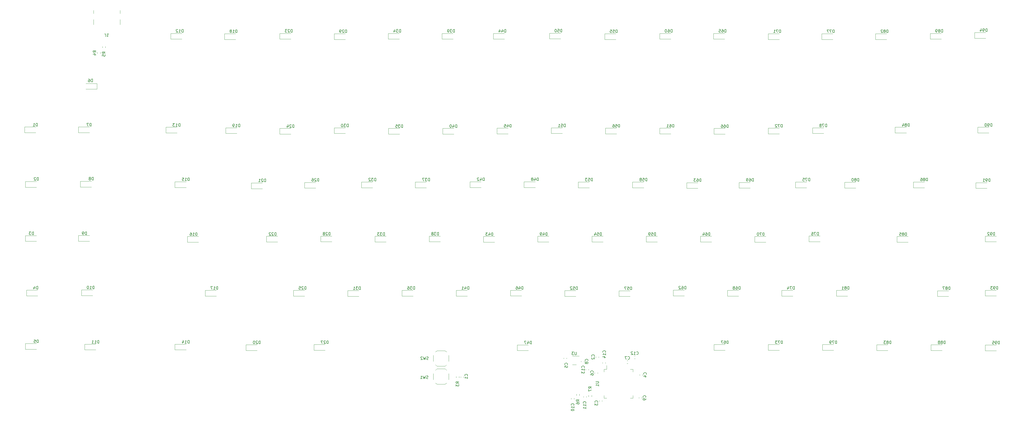
<source format=gbr>
%TF.GenerationSoftware,KiCad,Pcbnew,(6.0.11)*%
%TF.CreationDate,2023-03-01T00:12:33+07:00*%
%TF.ProjectId,Extero75,45787465-726f-4373-952e-6b696361645f,rev?*%
%TF.SameCoordinates,PX23b22f0PYc57ca40*%
%TF.FileFunction,Legend,Bot*%
%TF.FilePolarity,Positive*%
%FSLAX46Y46*%
G04 Gerber Fmt 4.6, Leading zero omitted, Abs format (unit mm)*
G04 Created by KiCad (PCBNEW (6.0.11)) date 2023-03-01 00:12:33*
%MOMM*%
%LPD*%
G01*
G04 APERTURE LIST*
%ADD10C,0.150000*%
%ADD11C,0.120000*%
G04 APERTURE END LIST*
D10*
%TO.C,D7*%
X35228095Y105297620D02*
X35228095Y106297620D01*
X34990000Y106297620D01*
X34847142Y106250000D01*
X34751904Y106154762D01*
X34704285Y106059524D01*
X34656666Y105869048D01*
X34656666Y105726191D01*
X34704285Y105535715D01*
X34751904Y105440477D01*
X34847142Y105345239D01*
X34990000Y105297620D01*
X35228095Y105297620D01*
X34323333Y106297620D02*
X33656666Y106297620D01*
X34085238Y105297620D01*
%TO.C,D93*%
X353584285Y47897620D02*
X353584285Y48897620D01*
X353346190Y48897620D01*
X353203333Y48850000D01*
X353108095Y48754762D01*
X353060476Y48659524D01*
X353012857Y48469048D01*
X353012857Y48326191D01*
X353060476Y48135715D01*
X353108095Y48040477D01*
X353203333Y47945239D01*
X353346190Y47897620D01*
X353584285Y47897620D01*
X352536666Y47897620D02*
X352346190Y47897620D01*
X352250952Y47945239D01*
X352203333Y47992858D01*
X352108095Y48135715D01*
X352060476Y48326191D01*
X352060476Y48707143D01*
X352108095Y48802381D01*
X352155714Y48850000D01*
X352250952Y48897620D01*
X352441428Y48897620D01*
X352536666Y48850000D01*
X352584285Y48802381D01*
X352631904Y48707143D01*
X352631904Y48469048D01*
X352584285Y48373810D01*
X352536666Y48326191D01*
X352441428Y48278572D01*
X352250952Y48278572D01*
X352155714Y48326191D01*
X352108095Y48373810D01*
X352060476Y48469048D01*
X351727142Y48897620D02*
X351108095Y48897620D01*
X351441428Y48516667D01*
X351298571Y48516667D01*
X351203333Y48469048D01*
X351155714Y48421429D01*
X351108095Y48326191D01*
X351108095Y48088096D01*
X351155714Y47992858D01*
X351203333Y47945239D01*
X351298571Y47897620D01*
X351584285Y47897620D01*
X351679523Y47945239D01*
X351727142Y47992858D01*
%TO.C,D61*%
X239804285Y104897620D02*
X239804285Y105897620D01*
X239566190Y105897620D01*
X239423333Y105850000D01*
X239328095Y105754762D01*
X239280476Y105659524D01*
X239232857Y105469048D01*
X239232857Y105326191D01*
X239280476Y105135715D01*
X239328095Y105040477D01*
X239423333Y104945239D01*
X239566190Y104897620D01*
X239804285Y104897620D01*
X238375714Y105897620D02*
X238566190Y105897620D01*
X238661428Y105850000D01*
X238709047Y105802381D01*
X238804285Y105659524D01*
X238851904Y105469048D01*
X238851904Y105088096D01*
X238804285Y104992858D01*
X238756666Y104945239D01*
X238661428Y104897620D01*
X238470952Y104897620D01*
X238375714Y104945239D01*
X238328095Y104992858D01*
X238280476Y105088096D01*
X238280476Y105326191D01*
X238328095Y105421429D01*
X238375714Y105469048D01*
X238470952Y105516667D01*
X238661428Y105516667D01*
X238756666Y105469048D01*
X238804285Y105421429D01*
X238851904Y105326191D01*
X237328095Y104897620D02*
X237899523Y104897620D01*
X237613809Y104897620D02*
X237613809Y105897620D01*
X237709047Y105754762D01*
X237804285Y105659524D01*
X237899523Y105611905D01*
%TO.C,D5*%
X16648095Y29117620D02*
X16648095Y30117620D01*
X16410000Y30117620D01*
X16267142Y30070000D01*
X16171904Y29974762D01*
X16124285Y29879524D01*
X16076666Y29689048D01*
X16076666Y29546191D01*
X16124285Y29355715D01*
X16171904Y29260477D01*
X16267142Y29165239D01*
X16410000Y29117620D01*
X16648095Y29117620D01*
X15171904Y30117620D02*
X15648095Y30117620D01*
X15695714Y29641429D01*
X15648095Y29689048D01*
X15552857Y29736667D01*
X15314761Y29736667D01*
X15219523Y29689048D01*
X15171904Y29641429D01*
X15124285Y29546191D01*
X15124285Y29308096D01*
X15171904Y29212858D01*
X15219523Y29165239D01*
X15314761Y29117620D01*
X15552857Y29117620D01*
X15648095Y29165239D01*
X15695714Y29212858D01*
%TO.C,C13*%
X208317142Y20282858D02*
X208364761Y20330477D01*
X208412380Y20473334D01*
X208412380Y20568572D01*
X208364761Y20711429D01*
X208269523Y20806667D01*
X208174285Y20854286D01*
X207983809Y20901905D01*
X207840952Y20901905D01*
X207650476Y20854286D01*
X207555238Y20806667D01*
X207460000Y20711429D01*
X207412380Y20568572D01*
X207412380Y20473334D01*
X207460000Y20330477D01*
X207507619Y20282858D01*
X208412380Y19330477D02*
X208412380Y19901905D01*
X208412380Y19616191D02*
X207412380Y19616191D01*
X207555238Y19711429D01*
X207650476Y19806667D01*
X207698095Y19901905D01*
X207412380Y18997143D02*
X207412380Y18378096D01*
X207793333Y18711429D01*
X207793333Y18568572D01*
X207840952Y18473334D01*
X207888571Y18425715D01*
X207983809Y18378096D01*
X208221904Y18378096D01*
X208317142Y18425715D01*
X208364761Y18473334D01*
X208412380Y18568572D01*
X208412380Y18854286D01*
X208364761Y18949524D01*
X208317142Y18997143D01*
%TO.C,D55*%
X219904285Y138157620D02*
X219904285Y139157620D01*
X219666190Y139157620D01*
X219523333Y139110000D01*
X219428095Y139014762D01*
X219380476Y138919524D01*
X219332857Y138729048D01*
X219332857Y138586191D01*
X219380476Y138395715D01*
X219428095Y138300477D01*
X219523333Y138205239D01*
X219666190Y138157620D01*
X219904285Y138157620D01*
X218428095Y139157620D02*
X218904285Y139157620D01*
X218951904Y138681429D01*
X218904285Y138729048D01*
X218809047Y138776667D01*
X218570952Y138776667D01*
X218475714Y138729048D01*
X218428095Y138681429D01*
X218380476Y138586191D01*
X218380476Y138348096D01*
X218428095Y138252858D01*
X218475714Y138205239D01*
X218570952Y138157620D01*
X218809047Y138157620D01*
X218904285Y138205239D01*
X218951904Y138252858D01*
X217475714Y139157620D02*
X217951904Y139157620D01*
X217999523Y138681429D01*
X217951904Y138729048D01*
X217856666Y138776667D01*
X217618571Y138776667D01*
X217523333Y138729048D01*
X217475714Y138681429D01*
X217428095Y138586191D01*
X217428095Y138348096D01*
X217475714Y138252858D01*
X217523333Y138205239D01*
X217618571Y138157620D01*
X217856666Y138157620D01*
X217951904Y138205239D01*
X217999523Y138252858D01*
%TO.C,C14*%
X215757142Y25682858D02*
X215804761Y25730477D01*
X215852380Y25873334D01*
X215852380Y25968572D01*
X215804761Y26111429D01*
X215709523Y26206667D01*
X215614285Y26254286D01*
X215423809Y26301905D01*
X215280952Y26301905D01*
X215090476Y26254286D01*
X214995238Y26206667D01*
X214900000Y26111429D01*
X214852380Y25968572D01*
X214852380Y25873334D01*
X214900000Y25730477D01*
X214947619Y25682858D01*
X215852380Y24730477D02*
X215852380Y25301905D01*
X215852380Y25016191D02*
X214852380Y25016191D01*
X214995238Y25111429D01*
X215090476Y25206667D01*
X215138095Y25301905D01*
X215185714Y23873334D02*
X215852380Y23873334D01*
X214804761Y24111429D02*
X215519047Y24349524D01*
X215519047Y23730477D01*
%TO.C,C4*%
X230097142Y17946667D02*
X230144761Y17994286D01*
X230192380Y18137143D01*
X230192380Y18232381D01*
X230144761Y18375239D01*
X230049523Y18470477D01*
X229954285Y18518096D01*
X229763809Y18565715D01*
X229620952Y18565715D01*
X229430476Y18518096D01*
X229335238Y18470477D01*
X229240000Y18375239D01*
X229192380Y18232381D01*
X229192380Y18137143D01*
X229240000Y17994286D01*
X229287619Y17946667D01*
X229525714Y17089524D02*
X230192380Y17089524D01*
X229144761Y17327620D02*
X229859047Y17565715D01*
X229859047Y16946667D01*
%TO.C,D56*%
X220804285Y104897620D02*
X220804285Y105897620D01*
X220566190Y105897620D01*
X220423333Y105850000D01*
X220328095Y105754762D01*
X220280476Y105659524D01*
X220232857Y105469048D01*
X220232857Y105326191D01*
X220280476Y105135715D01*
X220328095Y105040477D01*
X220423333Y104945239D01*
X220566190Y104897620D01*
X220804285Y104897620D01*
X219328095Y105897620D02*
X219804285Y105897620D01*
X219851904Y105421429D01*
X219804285Y105469048D01*
X219709047Y105516667D01*
X219470952Y105516667D01*
X219375714Y105469048D01*
X219328095Y105421429D01*
X219280476Y105326191D01*
X219280476Y105088096D01*
X219328095Y104992858D01*
X219375714Y104945239D01*
X219470952Y104897620D01*
X219709047Y104897620D01*
X219804285Y104945239D01*
X219851904Y104992858D01*
X218423333Y105897620D02*
X218613809Y105897620D01*
X218709047Y105850000D01*
X218756666Y105802381D01*
X218851904Y105659524D01*
X218899523Y105469048D01*
X218899523Y105088096D01*
X218851904Y104992858D01*
X218804285Y104945239D01*
X218709047Y104897620D01*
X218518571Y104897620D01*
X218423333Y104945239D01*
X218375714Y104992858D01*
X218328095Y105088096D01*
X218328095Y105326191D01*
X218375714Y105421429D01*
X218423333Y105469048D01*
X218518571Y105516667D01*
X218709047Y105516667D01*
X218804285Y105469048D01*
X218851904Y105421429D01*
X218899523Y105326191D01*
%TO.C,D36*%
X148784285Y47847620D02*
X148784285Y48847620D01*
X148546190Y48847620D01*
X148403333Y48800000D01*
X148308095Y48704762D01*
X148260476Y48609524D01*
X148212857Y48419048D01*
X148212857Y48276191D01*
X148260476Y48085715D01*
X148308095Y47990477D01*
X148403333Y47895239D01*
X148546190Y47847620D01*
X148784285Y47847620D01*
X147879523Y48847620D02*
X147260476Y48847620D01*
X147593809Y48466667D01*
X147450952Y48466667D01*
X147355714Y48419048D01*
X147308095Y48371429D01*
X147260476Y48276191D01*
X147260476Y48038096D01*
X147308095Y47942858D01*
X147355714Y47895239D01*
X147450952Y47847620D01*
X147736666Y47847620D01*
X147831904Y47895239D01*
X147879523Y47942858D01*
X146403333Y48847620D02*
X146593809Y48847620D01*
X146689047Y48800000D01*
X146736666Y48752381D01*
X146831904Y48609524D01*
X146879523Y48419048D01*
X146879523Y48038096D01*
X146831904Y47942858D01*
X146784285Y47895239D01*
X146689047Y47847620D01*
X146498571Y47847620D01*
X146403333Y47895239D01*
X146355714Y47942858D01*
X146308095Y48038096D01*
X146308095Y48276191D01*
X146355714Y48371429D01*
X146403333Y48419048D01*
X146498571Y48466667D01*
X146689047Y48466667D01*
X146784285Y48419048D01*
X146831904Y48371429D01*
X146879523Y48276191D01*
%TO.C,C11*%
X208867142Y7762858D02*
X208914761Y7810477D01*
X208962380Y7953334D01*
X208962380Y8048572D01*
X208914761Y8191429D01*
X208819523Y8286667D01*
X208724285Y8334286D01*
X208533809Y8381905D01*
X208390952Y8381905D01*
X208200476Y8334286D01*
X208105238Y8286667D01*
X208010000Y8191429D01*
X207962380Y8048572D01*
X207962380Y7953334D01*
X208010000Y7810477D01*
X208057619Y7762858D01*
X208962380Y6810477D02*
X208962380Y7381905D01*
X208962380Y7096191D02*
X207962380Y7096191D01*
X208105238Y7191429D01*
X208200476Y7286667D01*
X208248095Y7381905D01*
X208962380Y5858096D02*
X208962380Y6429524D01*
X208962380Y6143810D02*
X207962380Y6143810D01*
X208105238Y6239048D01*
X208200476Y6334286D01*
X208248095Y6429524D01*
%TO.C,D9*%
X33598095Y67087620D02*
X33598095Y68087620D01*
X33360000Y68087620D01*
X33217142Y68040000D01*
X33121904Y67944762D01*
X33074285Y67849524D01*
X33026666Y67659048D01*
X33026666Y67516191D01*
X33074285Y67325715D01*
X33121904Y67230477D01*
X33217142Y67135239D01*
X33360000Y67087620D01*
X33598095Y67087620D01*
X32550476Y67087620D02*
X32360000Y67087620D01*
X32264761Y67135239D01*
X32217142Y67182858D01*
X32121904Y67325715D01*
X32074285Y67516191D01*
X32074285Y67897143D01*
X32121904Y67992381D01*
X32169523Y68040000D01*
X32264761Y68087620D01*
X32455238Y68087620D01*
X32550476Y68040000D01*
X32598095Y67992381D01*
X32645714Y67897143D01*
X32645714Y67659048D01*
X32598095Y67563810D01*
X32550476Y67516191D01*
X32455238Y67468572D01*
X32264761Y67468572D01*
X32169523Y67516191D01*
X32121904Y67563810D01*
X32074285Y67659048D01*
%TO.C,D64*%
X252474285Y66837620D02*
X252474285Y67837620D01*
X252236190Y67837620D01*
X252093333Y67790000D01*
X251998095Y67694762D01*
X251950476Y67599524D01*
X251902857Y67409048D01*
X251902857Y67266191D01*
X251950476Y67075715D01*
X251998095Y66980477D01*
X252093333Y66885239D01*
X252236190Y66837620D01*
X252474285Y66837620D01*
X251045714Y67837620D02*
X251236190Y67837620D01*
X251331428Y67790000D01*
X251379047Y67742381D01*
X251474285Y67599524D01*
X251521904Y67409048D01*
X251521904Y67028096D01*
X251474285Y66932858D01*
X251426666Y66885239D01*
X251331428Y66837620D01*
X251140952Y66837620D01*
X251045714Y66885239D01*
X250998095Y66932858D01*
X250950476Y67028096D01*
X250950476Y67266191D01*
X250998095Y67361429D01*
X251045714Y67409048D01*
X251140952Y67456667D01*
X251331428Y67456667D01*
X251426666Y67409048D01*
X251474285Y67361429D01*
X251521904Y67266191D01*
X250093333Y67504286D02*
X250093333Y66837620D01*
X250331428Y67885239D02*
X250569523Y67170953D01*
X249950476Y67170953D01*
%TO.C,D15*%
X69654285Y86087620D02*
X69654285Y87087620D01*
X69416190Y87087620D01*
X69273333Y87040000D01*
X69178095Y86944762D01*
X69130476Y86849524D01*
X69082857Y86659048D01*
X69082857Y86516191D01*
X69130476Y86325715D01*
X69178095Y86230477D01*
X69273333Y86135239D01*
X69416190Y86087620D01*
X69654285Y86087620D01*
X68130476Y86087620D02*
X68701904Y86087620D01*
X68416190Y86087620D02*
X68416190Y87087620D01*
X68511428Y86944762D01*
X68606666Y86849524D01*
X68701904Y86801905D01*
X67225714Y87087620D02*
X67701904Y87087620D01*
X67749523Y86611429D01*
X67701904Y86659048D01*
X67606666Y86706667D01*
X67368571Y86706667D01*
X67273333Y86659048D01*
X67225714Y86611429D01*
X67178095Y86516191D01*
X67178095Y86278096D01*
X67225714Y86182858D01*
X67273333Y86135239D01*
X67368571Y86087620D01*
X67606666Y86087620D01*
X67701904Y86135239D01*
X67749523Y86182858D01*
%TO.C,D30*%
X125504285Y104997620D02*
X125504285Y105997620D01*
X125266190Y105997620D01*
X125123333Y105950000D01*
X125028095Y105854762D01*
X124980476Y105759524D01*
X124932857Y105569048D01*
X124932857Y105426191D01*
X124980476Y105235715D01*
X125028095Y105140477D01*
X125123333Y105045239D01*
X125266190Y104997620D01*
X125504285Y104997620D01*
X124599523Y105997620D02*
X123980476Y105997620D01*
X124313809Y105616667D01*
X124170952Y105616667D01*
X124075714Y105569048D01*
X124028095Y105521429D01*
X123980476Y105426191D01*
X123980476Y105188096D01*
X124028095Y105092858D01*
X124075714Y105045239D01*
X124170952Y104997620D01*
X124456666Y104997620D01*
X124551904Y105045239D01*
X124599523Y105092858D01*
X123361428Y105997620D02*
X123266190Y105997620D01*
X123170952Y105950000D01*
X123123333Y105902381D01*
X123075714Y105807143D01*
X123028095Y105616667D01*
X123028095Y105378572D01*
X123075714Y105188096D01*
X123123333Y105092858D01*
X123170952Y105045239D01*
X123266190Y104997620D01*
X123361428Y104997620D01*
X123456666Y105045239D01*
X123504285Y105092858D01*
X123551904Y105188096D01*
X123599523Y105378572D01*
X123599523Y105616667D01*
X123551904Y105807143D01*
X123504285Y105902381D01*
X123456666Y105950000D01*
X123361428Y105997620D01*
%TO.C,R5*%
X40132380Y130806667D02*
X39656190Y131140000D01*
X40132380Y131378096D02*
X39132380Y131378096D01*
X39132380Y130997143D01*
X39180000Y130901905D01*
X39227619Y130854286D01*
X39322857Y130806667D01*
X39465714Y130806667D01*
X39560952Y130854286D01*
X39608571Y130901905D01*
X39656190Y130997143D01*
X39656190Y131378096D01*
X39132380Y129901905D02*
X39132380Y130378096D01*
X39608571Y130425715D01*
X39560952Y130378096D01*
X39513333Y130282858D01*
X39513333Y130044762D01*
X39560952Y129949524D01*
X39608571Y129901905D01*
X39703809Y129854286D01*
X39941904Y129854286D01*
X40037142Y129901905D01*
X40084761Y129949524D01*
X40132380Y130044762D01*
X40132380Y130282858D01*
X40084761Y130378096D01*
X40037142Y130425715D01*
%TO.C,D39*%
X162804285Y138257620D02*
X162804285Y139257620D01*
X162566190Y139257620D01*
X162423333Y139210000D01*
X162328095Y139114762D01*
X162280476Y139019524D01*
X162232857Y138829048D01*
X162232857Y138686191D01*
X162280476Y138495715D01*
X162328095Y138400477D01*
X162423333Y138305239D01*
X162566190Y138257620D01*
X162804285Y138257620D01*
X161899523Y139257620D02*
X161280476Y139257620D01*
X161613809Y138876667D01*
X161470952Y138876667D01*
X161375714Y138829048D01*
X161328095Y138781429D01*
X161280476Y138686191D01*
X161280476Y138448096D01*
X161328095Y138352858D01*
X161375714Y138305239D01*
X161470952Y138257620D01*
X161756666Y138257620D01*
X161851904Y138305239D01*
X161899523Y138352858D01*
X160804285Y138257620D02*
X160613809Y138257620D01*
X160518571Y138305239D01*
X160470952Y138352858D01*
X160375714Y138495715D01*
X160328095Y138686191D01*
X160328095Y139067143D01*
X160375714Y139162381D01*
X160423333Y139210000D01*
X160518571Y139257620D01*
X160709047Y139257620D01*
X160804285Y139210000D01*
X160851904Y139162381D01*
X160899523Y139067143D01*
X160899523Y138829048D01*
X160851904Y138733810D01*
X160804285Y138686191D01*
X160709047Y138638572D01*
X160518571Y138638572D01*
X160423333Y138686191D01*
X160375714Y138733810D01*
X160328095Y138829048D01*
%TO.C,C1*%
X167292142Y17381667D02*
X167339761Y17429286D01*
X167387380Y17572143D01*
X167387380Y17667381D01*
X167339761Y17810239D01*
X167244523Y17905477D01*
X167149285Y17953096D01*
X166958809Y18000715D01*
X166815952Y18000715D01*
X166625476Y17953096D01*
X166530238Y17905477D01*
X166435000Y17810239D01*
X166387380Y17667381D01*
X166387380Y17572143D01*
X166435000Y17429286D01*
X166482619Y17381667D01*
X167387380Y16429286D02*
X167387380Y17000715D01*
X167387380Y16715000D02*
X166387380Y16715000D01*
X166530238Y16810239D01*
X166625476Y16905477D01*
X166673095Y17000715D01*
%TO.C,D12*%
X67504285Y138257620D02*
X67504285Y139257620D01*
X67266190Y139257620D01*
X67123333Y139210000D01*
X67028095Y139114762D01*
X66980476Y139019524D01*
X66932857Y138829048D01*
X66932857Y138686191D01*
X66980476Y138495715D01*
X67028095Y138400477D01*
X67123333Y138305239D01*
X67266190Y138257620D01*
X67504285Y138257620D01*
X65980476Y138257620D02*
X66551904Y138257620D01*
X66266190Y138257620D02*
X66266190Y139257620D01*
X66361428Y139114762D01*
X66456666Y139019524D01*
X66551904Y138971905D01*
X65599523Y139162381D02*
X65551904Y139210000D01*
X65456666Y139257620D01*
X65218571Y139257620D01*
X65123333Y139210000D01*
X65075714Y139162381D01*
X65028095Y139067143D01*
X65028095Y138971905D01*
X65075714Y138829048D01*
X65647142Y138257620D01*
X65028095Y138257620D01*
%TO.C,D10*%
X36234285Y48047620D02*
X36234285Y49047620D01*
X35996190Y49047620D01*
X35853333Y49000000D01*
X35758095Y48904762D01*
X35710476Y48809524D01*
X35662857Y48619048D01*
X35662857Y48476191D01*
X35710476Y48285715D01*
X35758095Y48190477D01*
X35853333Y48095239D01*
X35996190Y48047620D01*
X36234285Y48047620D01*
X34710476Y48047620D02*
X35281904Y48047620D01*
X34996190Y48047620D02*
X34996190Y49047620D01*
X35091428Y48904762D01*
X35186666Y48809524D01*
X35281904Y48761905D01*
X34091428Y49047620D02*
X33996190Y49047620D01*
X33900952Y49000000D01*
X33853333Y48952381D01*
X33805714Y48857143D01*
X33758095Y48666667D01*
X33758095Y48428572D01*
X33805714Y48238096D01*
X33853333Y48142858D01*
X33900952Y48095239D01*
X33996190Y48047620D01*
X34091428Y48047620D01*
X34186666Y48095239D01*
X34234285Y48142858D01*
X34281904Y48238096D01*
X34329523Y48428572D01*
X34329523Y48666667D01*
X34281904Y48857143D01*
X34234285Y48952381D01*
X34186666Y49000000D01*
X34091428Y49047620D01*
%TO.C,D33*%
X138224285Y66837620D02*
X138224285Y67837620D01*
X137986190Y67837620D01*
X137843333Y67790000D01*
X137748095Y67694762D01*
X137700476Y67599524D01*
X137652857Y67409048D01*
X137652857Y67266191D01*
X137700476Y67075715D01*
X137748095Y66980477D01*
X137843333Y66885239D01*
X137986190Y66837620D01*
X138224285Y66837620D01*
X137319523Y67837620D02*
X136700476Y67837620D01*
X137033809Y67456667D01*
X136890952Y67456667D01*
X136795714Y67409048D01*
X136748095Y67361429D01*
X136700476Y67266191D01*
X136700476Y67028096D01*
X136748095Y66932858D01*
X136795714Y66885239D01*
X136890952Y66837620D01*
X137176666Y66837620D01*
X137271904Y66885239D01*
X137319523Y66932858D01*
X136367142Y67837620D02*
X135748095Y67837620D01*
X136081428Y67456667D01*
X135938571Y67456667D01*
X135843333Y67409048D01*
X135795714Y67361429D01*
X135748095Y67266191D01*
X135748095Y67028096D01*
X135795714Y66932858D01*
X135843333Y66885239D01*
X135938571Y66837620D01*
X136224285Y66837620D01*
X136319523Y66885239D01*
X136367142Y66932858D01*
%TO.C,J1*%
X40356666Y136732381D02*
X40356666Y137446667D01*
X40309047Y137589524D01*
X40213809Y137684762D01*
X40070952Y137732381D01*
X39975714Y137732381D01*
X41356666Y137732381D02*
X40785238Y137732381D01*
X41070952Y137732381D02*
X41070952Y136732381D01*
X40975714Y136875239D01*
X40880476Y136970477D01*
X40785238Y137018096D01*
%TO.C,D35*%
X144604285Y104797620D02*
X144604285Y105797620D01*
X144366190Y105797620D01*
X144223333Y105750000D01*
X144128095Y105654762D01*
X144080476Y105559524D01*
X144032857Y105369048D01*
X144032857Y105226191D01*
X144080476Y105035715D01*
X144128095Y104940477D01*
X144223333Y104845239D01*
X144366190Y104797620D01*
X144604285Y104797620D01*
X143699523Y105797620D02*
X143080476Y105797620D01*
X143413809Y105416667D01*
X143270952Y105416667D01*
X143175714Y105369048D01*
X143128095Y105321429D01*
X143080476Y105226191D01*
X143080476Y104988096D01*
X143128095Y104892858D01*
X143175714Y104845239D01*
X143270952Y104797620D01*
X143556666Y104797620D01*
X143651904Y104845239D01*
X143699523Y104892858D01*
X142175714Y105797620D02*
X142651904Y105797620D01*
X142699523Y105321429D01*
X142651904Y105369048D01*
X142556666Y105416667D01*
X142318571Y105416667D01*
X142223333Y105369048D01*
X142175714Y105321429D01*
X142128095Y105226191D01*
X142128095Y104988096D01*
X142175714Y104892858D01*
X142223333Y104845239D01*
X142318571Y104797620D01*
X142556666Y104797620D01*
X142651904Y104845239D01*
X142699523Y104892858D01*
%TO.C,D41*%
X167834285Y47847620D02*
X167834285Y48847620D01*
X167596190Y48847620D01*
X167453333Y48800000D01*
X167358095Y48704762D01*
X167310476Y48609524D01*
X167262857Y48419048D01*
X167262857Y48276191D01*
X167310476Y48085715D01*
X167358095Y47990477D01*
X167453333Y47895239D01*
X167596190Y47847620D01*
X167834285Y47847620D01*
X166405714Y48514286D02*
X166405714Y47847620D01*
X166643809Y48895239D02*
X166881904Y48180953D01*
X166262857Y48180953D01*
X165358095Y47847620D02*
X165929523Y47847620D01*
X165643809Y47847620D02*
X165643809Y48847620D01*
X165739047Y48704762D01*
X165834285Y48609524D01*
X165929523Y48561905D01*
%TO.C,C2*%
X211827142Y24216667D02*
X211874761Y24264286D01*
X211922380Y24407143D01*
X211922380Y24502381D01*
X211874761Y24645239D01*
X211779523Y24740477D01*
X211684285Y24788096D01*
X211493809Y24835715D01*
X211350952Y24835715D01*
X211160476Y24788096D01*
X211065238Y24740477D01*
X210970000Y24645239D01*
X210922380Y24502381D01*
X210922380Y24407143D01*
X210970000Y24264286D01*
X211017619Y24216667D01*
X211017619Y23835715D02*
X210970000Y23788096D01*
X210922380Y23692858D01*
X210922380Y23454762D01*
X210970000Y23359524D01*
X211017619Y23311905D01*
X211112857Y23264286D01*
X211208095Y23264286D01*
X211350952Y23311905D01*
X211922380Y23883334D01*
X211922380Y23264286D01*
%TO.C,D34*%
X143904285Y138257620D02*
X143904285Y139257620D01*
X143666190Y139257620D01*
X143523333Y139210000D01*
X143428095Y139114762D01*
X143380476Y139019524D01*
X143332857Y138829048D01*
X143332857Y138686191D01*
X143380476Y138495715D01*
X143428095Y138400477D01*
X143523333Y138305239D01*
X143666190Y138257620D01*
X143904285Y138257620D01*
X142999523Y139257620D02*
X142380476Y139257620D01*
X142713809Y138876667D01*
X142570952Y138876667D01*
X142475714Y138829048D01*
X142428095Y138781429D01*
X142380476Y138686191D01*
X142380476Y138448096D01*
X142428095Y138352858D01*
X142475714Y138305239D01*
X142570952Y138257620D01*
X142856666Y138257620D01*
X142951904Y138305239D01*
X142999523Y138352858D01*
X141523333Y138924286D02*
X141523333Y138257620D01*
X141761428Y139305239D02*
X141999523Y138590953D01*
X141380476Y138590953D01*
%TO.C,D79*%
X297024285Y28767620D02*
X297024285Y29767620D01*
X296786190Y29767620D01*
X296643333Y29720000D01*
X296548095Y29624762D01*
X296500476Y29529524D01*
X296452857Y29339048D01*
X296452857Y29196191D01*
X296500476Y29005715D01*
X296548095Y28910477D01*
X296643333Y28815239D01*
X296786190Y28767620D01*
X297024285Y28767620D01*
X296119523Y29767620D02*
X295452857Y29767620D01*
X295881428Y28767620D01*
X295024285Y28767620D02*
X294833809Y28767620D01*
X294738571Y28815239D01*
X294690952Y28862858D01*
X294595714Y29005715D01*
X294548095Y29196191D01*
X294548095Y29577143D01*
X294595714Y29672381D01*
X294643333Y29720000D01*
X294738571Y29767620D01*
X294929047Y29767620D01*
X295024285Y29720000D01*
X295071904Y29672381D01*
X295119523Y29577143D01*
X295119523Y29339048D01*
X295071904Y29243810D01*
X295024285Y29196191D01*
X294929047Y29148572D01*
X294738571Y29148572D01*
X294643333Y29196191D01*
X294595714Y29243810D01*
X294548095Y29339048D01*
%TO.C,C9*%
X229887142Y9866667D02*
X229934761Y9914286D01*
X229982380Y10057143D01*
X229982380Y10152381D01*
X229934761Y10295239D01*
X229839523Y10390477D01*
X229744285Y10438096D01*
X229553809Y10485715D01*
X229410952Y10485715D01*
X229220476Y10438096D01*
X229125238Y10390477D01*
X229030000Y10295239D01*
X228982380Y10152381D01*
X228982380Y10057143D01*
X229030000Y9914286D01*
X229077619Y9866667D01*
X229982380Y9390477D02*
X229982380Y9200000D01*
X229934761Y9104762D01*
X229887142Y9057143D01*
X229744285Y8961905D01*
X229553809Y8914286D01*
X229172857Y8914286D01*
X229077619Y8961905D01*
X229030000Y9009524D01*
X228982380Y9104762D01*
X228982380Y9295239D01*
X229030000Y9390477D01*
X229077619Y9438096D01*
X229172857Y9485715D01*
X229410952Y9485715D01*
X229506190Y9438096D01*
X229553809Y9390477D01*
X229601428Y9295239D01*
X229601428Y9104762D01*
X229553809Y9009524D01*
X229506190Y8961905D01*
X229410952Y8914286D01*
%TO.C,R6*%
X206582380Y8426667D02*
X206106190Y8760000D01*
X206582380Y8998096D02*
X205582380Y8998096D01*
X205582380Y8617143D01*
X205630000Y8521905D01*
X205677619Y8474286D01*
X205772857Y8426667D01*
X205915714Y8426667D01*
X206010952Y8474286D01*
X206058571Y8521905D01*
X206106190Y8617143D01*
X206106190Y8998096D01*
X205582380Y7569524D02*
X205582380Y7760000D01*
X205630000Y7855239D01*
X205677619Y7902858D01*
X205820476Y7998096D01*
X206010952Y8045715D01*
X206391904Y8045715D01*
X206487142Y7998096D01*
X206534761Y7950477D01*
X206582380Y7855239D01*
X206582380Y7664762D01*
X206534761Y7569524D01*
X206487142Y7521905D01*
X206391904Y7474286D01*
X206153809Y7474286D01*
X206058571Y7521905D01*
X206010952Y7569524D01*
X205963333Y7664762D01*
X205963333Y7855239D01*
X206010952Y7950477D01*
X206058571Y7998096D01*
X206153809Y8045715D01*
%TO.C,D90*%
X351504285Y105197620D02*
X351504285Y106197620D01*
X351266190Y106197620D01*
X351123333Y106150000D01*
X351028095Y106054762D01*
X350980476Y105959524D01*
X350932857Y105769048D01*
X350932857Y105626191D01*
X350980476Y105435715D01*
X351028095Y105340477D01*
X351123333Y105245239D01*
X351266190Y105197620D01*
X351504285Y105197620D01*
X350456666Y105197620D02*
X350266190Y105197620D01*
X350170952Y105245239D01*
X350123333Y105292858D01*
X350028095Y105435715D01*
X349980476Y105626191D01*
X349980476Y106007143D01*
X350028095Y106102381D01*
X350075714Y106150000D01*
X350170952Y106197620D01*
X350361428Y106197620D01*
X350456666Y106150000D01*
X350504285Y106102381D01*
X350551904Y106007143D01*
X350551904Y105769048D01*
X350504285Y105673810D01*
X350456666Y105626191D01*
X350361428Y105578572D01*
X350170952Y105578572D01*
X350075714Y105626191D01*
X350028095Y105673810D01*
X349980476Y105769048D01*
X349361428Y106197620D02*
X349266190Y106197620D01*
X349170952Y106150000D01*
X349123333Y106102381D01*
X349075714Y106007143D01*
X349028095Y105816667D01*
X349028095Y105578572D01*
X349075714Y105388096D01*
X349123333Y105292858D01*
X349170952Y105245239D01*
X349266190Y105197620D01*
X349361428Y105197620D01*
X349456666Y105245239D01*
X349504285Y105292858D01*
X349551904Y105388096D01*
X349599523Y105578572D01*
X349599523Y105816667D01*
X349551904Y106007143D01*
X349504285Y106102381D01*
X349456666Y106150000D01*
X349361428Y106197620D01*
%TO.C,D48*%
X192254285Y86087620D02*
X192254285Y87087620D01*
X192016190Y87087620D01*
X191873333Y87040000D01*
X191778095Y86944762D01*
X191730476Y86849524D01*
X191682857Y86659048D01*
X191682857Y86516191D01*
X191730476Y86325715D01*
X191778095Y86230477D01*
X191873333Y86135239D01*
X192016190Y86087620D01*
X192254285Y86087620D01*
X190825714Y86754286D02*
X190825714Y86087620D01*
X191063809Y87135239D02*
X191301904Y86420953D01*
X190682857Y86420953D01*
X190159047Y86659048D02*
X190254285Y86706667D01*
X190301904Y86754286D01*
X190349523Y86849524D01*
X190349523Y86897143D01*
X190301904Y86992381D01*
X190254285Y87040000D01*
X190159047Y87087620D01*
X189968571Y87087620D01*
X189873333Y87040000D01*
X189825714Y86992381D01*
X189778095Y86897143D01*
X189778095Y86849524D01*
X189825714Y86754286D01*
X189873333Y86706667D01*
X189968571Y86659048D01*
X190159047Y86659048D01*
X190254285Y86611429D01*
X190301904Y86563810D01*
X190349523Y86468572D01*
X190349523Y86278096D01*
X190301904Y86182858D01*
X190254285Y86135239D01*
X190159047Y86087620D01*
X189968571Y86087620D01*
X189873333Y86135239D01*
X189825714Y86182858D01*
X189778095Y86278096D01*
X189778095Y86468572D01*
X189825714Y86563810D01*
X189873333Y86611429D01*
X189968571Y86659048D01*
%TO.C,D63*%
X249354285Y85787620D02*
X249354285Y86787620D01*
X249116190Y86787620D01*
X248973333Y86740000D01*
X248878095Y86644762D01*
X248830476Y86549524D01*
X248782857Y86359048D01*
X248782857Y86216191D01*
X248830476Y86025715D01*
X248878095Y85930477D01*
X248973333Y85835239D01*
X249116190Y85787620D01*
X249354285Y85787620D01*
X247925714Y86787620D02*
X248116190Y86787620D01*
X248211428Y86740000D01*
X248259047Y86692381D01*
X248354285Y86549524D01*
X248401904Y86359048D01*
X248401904Y85978096D01*
X248354285Y85882858D01*
X248306666Y85835239D01*
X248211428Y85787620D01*
X248020952Y85787620D01*
X247925714Y85835239D01*
X247878095Y85882858D01*
X247830476Y85978096D01*
X247830476Y86216191D01*
X247878095Y86311429D01*
X247925714Y86359048D01*
X248020952Y86406667D01*
X248211428Y86406667D01*
X248306666Y86359048D01*
X248354285Y86311429D01*
X248401904Y86216191D01*
X247497142Y86787620D02*
X246878095Y86787620D01*
X247211428Y86406667D01*
X247068571Y86406667D01*
X246973333Y86359048D01*
X246925714Y86311429D01*
X246878095Y86216191D01*
X246878095Y85978096D01*
X246925714Y85882858D01*
X246973333Y85835239D01*
X247068571Y85787620D01*
X247354285Y85787620D01*
X247449523Y85835239D01*
X247497142Y85882858D01*
%TO.C,D25*%
X110634285Y47847620D02*
X110634285Y48847620D01*
X110396190Y48847620D01*
X110253333Y48800000D01*
X110158095Y48704762D01*
X110110476Y48609524D01*
X110062857Y48419048D01*
X110062857Y48276191D01*
X110110476Y48085715D01*
X110158095Y47990477D01*
X110253333Y47895239D01*
X110396190Y47847620D01*
X110634285Y47847620D01*
X109681904Y48752381D02*
X109634285Y48800000D01*
X109539047Y48847620D01*
X109300952Y48847620D01*
X109205714Y48800000D01*
X109158095Y48752381D01*
X109110476Y48657143D01*
X109110476Y48561905D01*
X109158095Y48419048D01*
X109729523Y47847620D01*
X109110476Y47847620D01*
X108205714Y48847620D02*
X108681904Y48847620D01*
X108729523Y48371429D01*
X108681904Y48419048D01*
X108586666Y48466667D01*
X108348571Y48466667D01*
X108253333Y48419048D01*
X108205714Y48371429D01*
X108158095Y48276191D01*
X108158095Y48038096D01*
X108205714Y47942858D01*
X108253333Y47895239D01*
X108348571Y47847620D01*
X108586666Y47847620D01*
X108681904Y47895239D01*
X108729523Y47942858D01*
%TO.C,D53*%
X211254285Y85987620D02*
X211254285Y86987620D01*
X211016190Y86987620D01*
X210873333Y86940000D01*
X210778095Y86844762D01*
X210730476Y86749524D01*
X210682857Y86559048D01*
X210682857Y86416191D01*
X210730476Y86225715D01*
X210778095Y86130477D01*
X210873333Y86035239D01*
X211016190Y85987620D01*
X211254285Y85987620D01*
X209778095Y86987620D02*
X210254285Y86987620D01*
X210301904Y86511429D01*
X210254285Y86559048D01*
X210159047Y86606667D01*
X209920952Y86606667D01*
X209825714Y86559048D01*
X209778095Y86511429D01*
X209730476Y86416191D01*
X209730476Y86178096D01*
X209778095Y86082858D01*
X209825714Y86035239D01*
X209920952Y85987620D01*
X210159047Y85987620D01*
X210254285Y86035239D01*
X210301904Y86082858D01*
X209397142Y86987620D02*
X208778095Y86987620D01*
X209111428Y86606667D01*
X208968571Y86606667D01*
X208873333Y86559048D01*
X208825714Y86511429D01*
X208778095Y86416191D01*
X208778095Y86178096D01*
X208825714Y86082858D01*
X208873333Y86035239D01*
X208968571Y85987620D01*
X209254285Y85987620D01*
X209349523Y86035239D01*
X209397142Y86082858D01*
%TO.C,D14*%
X69624285Y28917620D02*
X69624285Y29917620D01*
X69386190Y29917620D01*
X69243333Y29870000D01*
X69148095Y29774762D01*
X69100476Y29679524D01*
X69052857Y29489048D01*
X69052857Y29346191D01*
X69100476Y29155715D01*
X69148095Y29060477D01*
X69243333Y28965239D01*
X69386190Y28917620D01*
X69624285Y28917620D01*
X68100476Y28917620D02*
X68671904Y28917620D01*
X68386190Y28917620D02*
X68386190Y29917620D01*
X68481428Y29774762D01*
X68576666Y29679524D01*
X68671904Y29631905D01*
X67243333Y29584286D02*
X67243333Y28917620D01*
X67481428Y29965239D02*
X67719523Y29250953D01*
X67100476Y29250953D01*
%TO.C,D50*%
X200504285Y138357620D02*
X200504285Y139357620D01*
X200266190Y139357620D01*
X200123333Y139310000D01*
X200028095Y139214762D01*
X199980476Y139119524D01*
X199932857Y138929048D01*
X199932857Y138786191D01*
X199980476Y138595715D01*
X200028095Y138500477D01*
X200123333Y138405239D01*
X200266190Y138357620D01*
X200504285Y138357620D01*
X199028095Y139357620D02*
X199504285Y139357620D01*
X199551904Y138881429D01*
X199504285Y138929048D01*
X199409047Y138976667D01*
X199170952Y138976667D01*
X199075714Y138929048D01*
X199028095Y138881429D01*
X198980476Y138786191D01*
X198980476Y138548096D01*
X199028095Y138452858D01*
X199075714Y138405239D01*
X199170952Y138357620D01*
X199409047Y138357620D01*
X199504285Y138405239D01*
X199551904Y138452858D01*
X198361428Y139357620D02*
X198266190Y139357620D01*
X198170952Y139310000D01*
X198123333Y139262381D01*
X198075714Y139167143D01*
X198028095Y138976667D01*
X198028095Y138738572D01*
X198075714Y138548096D01*
X198123333Y138452858D01*
X198170952Y138405239D01*
X198266190Y138357620D01*
X198361428Y138357620D01*
X198456666Y138405239D01*
X198504285Y138452858D01*
X198551904Y138548096D01*
X198599523Y138738572D01*
X198599523Y138976667D01*
X198551904Y139167143D01*
X198504285Y139262381D01*
X198456666Y139310000D01*
X198361428Y139357620D01*
%TO.C,D47*%
X189824285Y28667620D02*
X189824285Y29667620D01*
X189586190Y29667620D01*
X189443333Y29620000D01*
X189348095Y29524762D01*
X189300476Y29429524D01*
X189252857Y29239048D01*
X189252857Y29096191D01*
X189300476Y28905715D01*
X189348095Y28810477D01*
X189443333Y28715239D01*
X189586190Y28667620D01*
X189824285Y28667620D01*
X188395714Y29334286D02*
X188395714Y28667620D01*
X188633809Y29715239D02*
X188871904Y29000953D01*
X188252857Y29000953D01*
X187967142Y29667620D02*
X187300476Y29667620D01*
X187729047Y28667620D01*
%TO.C,D6*%
X35703095Y120832620D02*
X35703095Y121832620D01*
X35465000Y121832620D01*
X35322142Y121785000D01*
X35226904Y121689762D01*
X35179285Y121594524D01*
X35131666Y121404048D01*
X35131666Y121261191D01*
X35179285Y121070715D01*
X35226904Y120975477D01*
X35322142Y120880239D01*
X35465000Y120832620D01*
X35703095Y120832620D01*
X34274523Y121832620D02*
X34465000Y121832620D01*
X34560238Y121785000D01*
X34607857Y121737381D01*
X34703095Y121594524D01*
X34750714Y121404048D01*
X34750714Y121023096D01*
X34703095Y120927858D01*
X34655476Y120880239D01*
X34560238Y120832620D01*
X34369761Y120832620D01*
X34274523Y120880239D01*
X34226904Y120927858D01*
X34179285Y121023096D01*
X34179285Y121261191D01*
X34226904Y121356429D01*
X34274523Y121404048D01*
X34369761Y121451667D01*
X34560238Y121451667D01*
X34655476Y121404048D01*
X34703095Y121356429D01*
X34750714Y121261191D01*
%TO.C,D45*%
X182704285Y104897620D02*
X182704285Y105897620D01*
X182466190Y105897620D01*
X182323333Y105850000D01*
X182228095Y105754762D01*
X182180476Y105659524D01*
X182132857Y105469048D01*
X182132857Y105326191D01*
X182180476Y105135715D01*
X182228095Y105040477D01*
X182323333Y104945239D01*
X182466190Y104897620D01*
X182704285Y104897620D01*
X181275714Y105564286D02*
X181275714Y104897620D01*
X181513809Y105945239D02*
X181751904Y105230953D01*
X181132857Y105230953D01*
X180275714Y105897620D02*
X180751904Y105897620D01*
X180799523Y105421429D01*
X180751904Y105469048D01*
X180656666Y105516667D01*
X180418571Y105516667D01*
X180323333Y105469048D01*
X180275714Y105421429D01*
X180228095Y105326191D01*
X180228095Y105088096D01*
X180275714Y104992858D01*
X180323333Y104945239D01*
X180418571Y104897620D01*
X180656666Y104897620D01*
X180751904Y104945239D01*
X180799523Y104992858D01*
%TO.C,D28*%
X119124285Y66887620D02*
X119124285Y67887620D01*
X118886190Y67887620D01*
X118743333Y67840000D01*
X118648095Y67744762D01*
X118600476Y67649524D01*
X118552857Y67459048D01*
X118552857Y67316191D01*
X118600476Y67125715D01*
X118648095Y67030477D01*
X118743333Y66935239D01*
X118886190Y66887620D01*
X119124285Y66887620D01*
X118171904Y67792381D02*
X118124285Y67840000D01*
X118029047Y67887620D01*
X117790952Y67887620D01*
X117695714Y67840000D01*
X117648095Y67792381D01*
X117600476Y67697143D01*
X117600476Y67601905D01*
X117648095Y67459048D01*
X118219523Y66887620D01*
X117600476Y66887620D01*
X117029047Y67459048D02*
X117124285Y67506667D01*
X117171904Y67554286D01*
X117219523Y67649524D01*
X117219523Y67697143D01*
X117171904Y67792381D01*
X117124285Y67840000D01*
X117029047Y67887620D01*
X116838571Y67887620D01*
X116743333Y67840000D01*
X116695714Y67792381D01*
X116648095Y67697143D01*
X116648095Y67649524D01*
X116695714Y67554286D01*
X116743333Y67506667D01*
X116838571Y67459048D01*
X117029047Y67459048D01*
X117124285Y67411429D01*
X117171904Y67363810D01*
X117219523Y67268572D01*
X117219523Y67078096D01*
X117171904Y66982858D01*
X117124285Y66935239D01*
X117029047Y66887620D01*
X116838571Y66887620D01*
X116743333Y66935239D01*
X116695714Y66982858D01*
X116648095Y67078096D01*
X116648095Y67268572D01*
X116695714Y67363810D01*
X116743333Y67411429D01*
X116838571Y67459048D01*
%TO.C,C5*%
X202407142Y21296667D02*
X202454761Y21344286D01*
X202502380Y21487143D01*
X202502380Y21582381D01*
X202454761Y21725239D01*
X202359523Y21820477D01*
X202264285Y21868096D01*
X202073809Y21915715D01*
X201930952Y21915715D01*
X201740476Y21868096D01*
X201645238Y21820477D01*
X201550000Y21725239D01*
X201502380Y21582381D01*
X201502380Y21487143D01*
X201550000Y21344286D01*
X201597619Y21296667D01*
X201502380Y20391905D02*
X201502380Y20868096D01*
X201978571Y20915715D01*
X201930952Y20868096D01*
X201883333Y20772858D01*
X201883333Y20534762D01*
X201930952Y20439524D01*
X201978571Y20391905D01*
X202073809Y20344286D01*
X202311904Y20344286D01*
X202407142Y20391905D01*
X202454761Y20439524D01*
X202502380Y20534762D01*
X202502380Y20772858D01*
X202454761Y20868096D01*
X202407142Y20915715D01*
%TO.C,D26*%
X115154285Y85887620D02*
X115154285Y86887620D01*
X114916190Y86887620D01*
X114773333Y86840000D01*
X114678095Y86744762D01*
X114630476Y86649524D01*
X114582857Y86459048D01*
X114582857Y86316191D01*
X114630476Y86125715D01*
X114678095Y86030477D01*
X114773333Y85935239D01*
X114916190Y85887620D01*
X115154285Y85887620D01*
X114201904Y86792381D02*
X114154285Y86840000D01*
X114059047Y86887620D01*
X113820952Y86887620D01*
X113725714Y86840000D01*
X113678095Y86792381D01*
X113630476Y86697143D01*
X113630476Y86601905D01*
X113678095Y86459048D01*
X114249523Y85887620D01*
X113630476Y85887620D01*
X112773333Y86887620D02*
X112963809Y86887620D01*
X113059047Y86840000D01*
X113106666Y86792381D01*
X113201904Y86649524D01*
X113249523Y86459048D01*
X113249523Y86078096D01*
X113201904Y85982858D01*
X113154285Y85935239D01*
X113059047Y85887620D01*
X112868571Y85887620D01*
X112773333Y85935239D01*
X112725714Y85982858D01*
X112678095Y86078096D01*
X112678095Y86316191D01*
X112725714Y86411429D01*
X112773333Y86459048D01*
X112868571Y86506667D01*
X113059047Y86506667D01*
X113154285Y86459048D01*
X113201904Y86411429D01*
X113249523Y86316191D01*
%TO.C,D42*%
X173254285Y86087620D02*
X173254285Y87087620D01*
X173016190Y87087620D01*
X172873333Y87040000D01*
X172778095Y86944762D01*
X172730476Y86849524D01*
X172682857Y86659048D01*
X172682857Y86516191D01*
X172730476Y86325715D01*
X172778095Y86230477D01*
X172873333Y86135239D01*
X173016190Y86087620D01*
X173254285Y86087620D01*
X171825714Y86754286D02*
X171825714Y86087620D01*
X172063809Y87135239D02*
X172301904Y86420953D01*
X171682857Y86420953D01*
X171349523Y86992381D02*
X171301904Y87040000D01*
X171206666Y87087620D01*
X170968571Y87087620D01*
X170873333Y87040000D01*
X170825714Y86992381D01*
X170778095Y86897143D01*
X170778095Y86801905D01*
X170825714Y86659048D01*
X171397142Y86087620D01*
X170778095Y86087620D01*
%TO.C,D62*%
X244034285Y47947620D02*
X244034285Y48947620D01*
X243796190Y48947620D01*
X243653333Y48900000D01*
X243558095Y48804762D01*
X243510476Y48709524D01*
X243462857Y48519048D01*
X243462857Y48376191D01*
X243510476Y48185715D01*
X243558095Y48090477D01*
X243653333Y47995239D01*
X243796190Y47947620D01*
X244034285Y47947620D01*
X242605714Y48947620D02*
X242796190Y48947620D01*
X242891428Y48900000D01*
X242939047Y48852381D01*
X243034285Y48709524D01*
X243081904Y48519048D01*
X243081904Y48138096D01*
X243034285Y48042858D01*
X242986666Y47995239D01*
X242891428Y47947620D01*
X242700952Y47947620D01*
X242605714Y47995239D01*
X242558095Y48042858D01*
X242510476Y48138096D01*
X242510476Y48376191D01*
X242558095Y48471429D01*
X242605714Y48519048D01*
X242700952Y48566667D01*
X242891428Y48566667D01*
X242986666Y48519048D01*
X243034285Y48471429D01*
X243081904Y48376191D01*
X242129523Y48852381D02*
X242081904Y48900000D01*
X241986666Y48947620D01*
X241748571Y48947620D01*
X241653333Y48900000D01*
X241605714Y48852381D01*
X241558095Y48757143D01*
X241558095Y48661905D01*
X241605714Y48519048D01*
X242177142Y47947620D01*
X241558095Y47947620D01*
%TO.C,D94*%
X349804285Y138557620D02*
X349804285Y139557620D01*
X349566190Y139557620D01*
X349423333Y139510000D01*
X349328095Y139414762D01*
X349280476Y139319524D01*
X349232857Y139129048D01*
X349232857Y138986191D01*
X349280476Y138795715D01*
X349328095Y138700477D01*
X349423333Y138605239D01*
X349566190Y138557620D01*
X349804285Y138557620D01*
X348756666Y138557620D02*
X348566190Y138557620D01*
X348470952Y138605239D01*
X348423333Y138652858D01*
X348328095Y138795715D01*
X348280476Y138986191D01*
X348280476Y139367143D01*
X348328095Y139462381D01*
X348375714Y139510000D01*
X348470952Y139557620D01*
X348661428Y139557620D01*
X348756666Y139510000D01*
X348804285Y139462381D01*
X348851904Y139367143D01*
X348851904Y139129048D01*
X348804285Y139033810D01*
X348756666Y138986191D01*
X348661428Y138938572D01*
X348470952Y138938572D01*
X348375714Y138986191D01*
X348328095Y139033810D01*
X348280476Y139129048D01*
X347423333Y139224286D02*
X347423333Y138557620D01*
X347661428Y139605239D02*
X347899523Y138890953D01*
X347280476Y138890953D01*
%TO.C,D83*%
X316074285Y28717620D02*
X316074285Y29717620D01*
X315836190Y29717620D01*
X315693333Y29670000D01*
X315598095Y29574762D01*
X315550476Y29479524D01*
X315502857Y29289048D01*
X315502857Y29146191D01*
X315550476Y28955715D01*
X315598095Y28860477D01*
X315693333Y28765239D01*
X315836190Y28717620D01*
X316074285Y28717620D01*
X314931428Y29289048D02*
X315026666Y29336667D01*
X315074285Y29384286D01*
X315121904Y29479524D01*
X315121904Y29527143D01*
X315074285Y29622381D01*
X315026666Y29670000D01*
X314931428Y29717620D01*
X314740952Y29717620D01*
X314645714Y29670000D01*
X314598095Y29622381D01*
X314550476Y29527143D01*
X314550476Y29479524D01*
X314598095Y29384286D01*
X314645714Y29336667D01*
X314740952Y29289048D01*
X314931428Y29289048D01*
X315026666Y29241429D01*
X315074285Y29193810D01*
X315121904Y29098572D01*
X315121904Y28908096D01*
X315074285Y28812858D01*
X315026666Y28765239D01*
X314931428Y28717620D01*
X314740952Y28717620D01*
X314645714Y28765239D01*
X314598095Y28812858D01*
X314550476Y28908096D01*
X314550476Y29098572D01*
X314598095Y29193810D01*
X314645714Y29241429D01*
X314740952Y29289048D01*
X314217142Y29717620D02*
X313598095Y29717620D01*
X313931428Y29336667D01*
X313788571Y29336667D01*
X313693333Y29289048D01*
X313645714Y29241429D01*
X313598095Y29146191D01*
X313598095Y28908096D01*
X313645714Y28812858D01*
X313693333Y28765239D01*
X313788571Y28717620D01*
X314074285Y28717620D01*
X314169523Y28765239D01*
X314217142Y28812858D01*
%TO.C,D92*%
X352474285Y66887620D02*
X352474285Y67887620D01*
X352236190Y67887620D01*
X352093333Y67840000D01*
X351998095Y67744762D01*
X351950476Y67649524D01*
X351902857Y67459048D01*
X351902857Y67316191D01*
X351950476Y67125715D01*
X351998095Y67030477D01*
X352093333Y66935239D01*
X352236190Y66887620D01*
X352474285Y66887620D01*
X351426666Y66887620D02*
X351236190Y66887620D01*
X351140952Y66935239D01*
X351093333Y66982858D01*
X350998095Y67125715D01*
X350950476Y67316191D01*
X350950476Y67697143D01*
X350998095Y67792381D01*
X351045714Y67840000D01*
X351140952Y67887620D01*
X351331428Y67887620D01*
X351426666Y67840000D01*
X351474285Y67792381D01*
X351521904Y67697143D01*
X351521904Y67459048D01*
X351474285Y67363810D01*
X351426666Y67316191D01*
X351331428Y67268572D01*
X351140952Y67268572D01*
X351045714Y67316191D01*
X350998095Y67363810D01*
X350950476Y67459048D01*
X350569523Y67792381D02*
X350521904Y67840000D01*
X350426666Y67887620D01*
X350188571Y67887620D01*
X350093333Y67840000D01*
X350045714Y67792381D01*
X349998095Y67697143D01*
X349998095Y67601905D01*
X350045714Y67459048D01*
X350617142Y66887620D01*
X349998095Y66887620D01*
%TO.C,D11*%
X37924285Y28917620D02*
X37924285Y29917620D01*
X37686190Y29917620D01*
X37543333Y29870000D01*
X37448095Y29774762D01*
X37400476Y29679524D01*
X37352857Y29489048D01*
X37352857Y29346191D01*
X37400476Y29155715D01*
X37448095Y29060477D01*
X37543333Y28965239D01*
X37686190Y28917620D01*
X37924285Y28917620D01*
X36400476Y28917620D02*
X36971904Y28917620D01*
X36686190Y28917620D02*
X36686190Y29917620D01*
X36781428Y29774762D01*
X36876666Y29679524D01*
X36971904Y29631905D01*
X35448095Y28917620D02*
X36019523Y28917620D01*
X35733809Y28917620D02*
X35733809Y29917620D01*
X35829047Y29774762D01*
X35924285Y29679524D01*
X36019523Y29631905D01*
%TO.C,D22*%
X100124285Y66837620D02*
X100124285Y67837620D01*
X99886190Y67837620D01*
X99743333Y67790000D01*
X99648095Y67694762D01*
X99600476Y67599524D01*
X99552857Y67409048D01*
X99552857Y67266191D01*
X99600476Y67075715D01*
X99648095Y66980477D01*
X99743333Y66885239D01*
X99886190Y66837620D01*
X100124285Y66837620D01*
X99171904Y67742381D02*
X99124285Y67790000D01*
X99029047Y67837620D01*
X98790952Y67837620D01*
X98695714Y67790000D01*
X98648095Y67742381D01*
X98600476Y67647143D01*
X98600476Y67551905D01*
X98648095Y67409048D01*
X99219523Y66837620D01*
X98600476Y66837620D01*
X98219523Y67742381D02*
X98171904Y67790000D01*
X98076666Y67837620D01*
X97838571Y67837620D01*
X97743333Y67790000D01*
X97695714Y67742381D01*
X97648095Y67647143D01*
X97648095Y67551905D01*
X97695714Y67409048D01*
X98267142Y66837620D01*
X97648095Y66837620D01*
%TO.C,C10*%
X204647142Y7052858D02*
X204694761Y7100477D01*
X204742380Y7243334D01*
X204742380Y7338572D01*
X204694761Y7481429D01*
X204599523Y7576667D01*
X204504285Y7624286D01*
X204313809Y7671905D01*
X204170952Y7671905D01*
X203980476Y7624286D01*
X203885238Y7576667D01*
X203790000Y7481429D01*
X203742380Y7338572D01*
X203742380Y7243334D01*
X203790000Y7100477D01*
X203837619Y7052858D01*
X204742380Y6100477D02*
X204742380Y6671905D01*
X204742380Y6386191D02*
X203742380Y6386191D01*
X203885238Y6481429D01*
X203980476Y6576667D01*
X204028095Y6671905D01*
X203742380Y5481429D02*
X203742380Y5386191D01*
X203790000Y5290953D01*
X203837619Y5243334D01*
X203932857Y5195715D01*
X204123333Y5148096D01*
X204361428Y5148096D01*
X204551904Y5195715D01*
X204647142Y5243334D01*
X204694761Y5290953D01*
X204742380Y5386191D01*
X204742380Y5481429D01*
X204694761Y5576667D01*
X204647142Y5624286D01*
X204551904Y5671905D01*
X204361428Y5719524D01*
X204123333Y5719524D01*
X203932857Y5671905D01*
X203837619Y5624286D01*
X203790000Y5576667D01*
X203742380Y5481429D01*
%TO.C,D19*%
X87404285Y104997620D02*
X87404285Y105997620D01*
X87166190Y105997620D01*
X87023333Y105950000D01*
X86928095Y105854762D01*
X86880476Y105759524D01*
X86832857Y105569048D01*
X86832857Y105426191D01*
X86880476Y105235715D01*
X86928095Y105140477D01*
X87023333Y105045239D01*
X87166190Y104997620D01*
X87404285Y104997620D01*
X85880476Y104997620D02*
X86451904Y104997620D01*
X86166190Y104997620D02*
X86166190Y105997620D01*
X86261428Y105854762D01*
X86356666Y105759524D01*
X86451904Y105711905D01*
X85404285Y104997620D02*
X85213809Y104997620D01*
X85118571Y105045239D01*
X85070952Y105092858D01*
X84975714Y105235715D01*
X84928095Y105426191D01*
X84928095Y105807143D01*
X84975714Y105902381D01*
X85023333Y105950000D01*
X85118571Y105997620D01*
X85309047Y105997620D01*
X85404285Y105950000D01*
X85451904Y105902381D01*
X85499523Y105807143D01*
X85499523Y105569048D01*
X85451904Y105473810D01*
X85404285Y105426191D01*
X85309047Y105378572D01*
X85118571Y105378572D01*
X85023333Y105426191D01*
X84975714Y105473810D01*
X84928095Y105569048D01*
%TO.C,D54*%
X214374285Y66837620D02*
X214374285Y67837620D01*
X214136190Y67837620D01*
X213993333Y67790000D01*
X213898095Y67694762D01*
X213850476Y67599524D01*
X213802857Y67409048D01*
X213802857Y67266191D01*
X213850476Y67075715D01*
X213898095Y66980477D01*
X213993333Y66885239D01*
X214136190Y66837620D01*
X214374285Y66837620D01*
X212898095Y67837620D02*
X213374285Y67837620D01*
X213421904Y67361429D01*
X213374285Y67409048D01*
X213279047Y67456667D01*
X213040952Y67456667D01*
X212945714Y67409048D01*
X212898095Y67361429D01*
X212850476Y67266191D01*
X212850476Y67028096D01*
X212898095Y66932858D01*
X212945714Y66885239D01*
X213040952Y66837620D01*
X213279047Y66837620D01*
X213374285Y66885239D01*
X213421904Y66932858D01*
X211993333Y67504286D02*
X211993333Y66837620D01*
X212231428Y67885239D02*
X212469523Y67170953D01*
X211850476Y67170953D01*
%TO.C,D91*%
X350854285Y85787620D02*
X350854285Y86787620D01*
X350616190Y86787620D01*
X350473333Y86740000D01*
X350378095Y86644762D01*
X350330476Y86549524D01*
X350282857Y86359048D01*
X350282857Y86216191D01*
X350330476Y86025715D01*
X350378095Y85930477D01*
X350473333Y85835239D01*
X350616190Y85787620D01*
X350854285Y85787620D01*
X349806666Y85787620D02*
X349616190Y85787620D01*
X349520952Y85835239D01*
X349473333Y85882858D01*
X349378095Y86025715D01*
X349330476Y86216191D01*
X349330476Y86597143D01*
X349378095Y86692381D01*
X349425714Y86740000D01*
X349520952Y86787620D01*
X349711428Y86787620D01*
X349806666Y86740000D01*
X349854285Y86692381D01*
X349901904Y86597143D01*
X349901904Y86359048D01*
X349854285Y86263810D01*
X349806666Y86216191D01*
X349711428Y86168572D01*
X349520952Y86168572D01*
X349425714Y86216191D01*
X349378095Y86263810D01*
X349330476Y86359048D01*
X348378095Y85787620D02*
X348949523Y85787620D01*
X348663809Y85787620D02*
X348663809Y86787620D01*
X348759047Y86644762D01*
X348854285Y86549524D01*
X348949523Y86501905D01*
%TO.C,D71*%
X277304285Y138157620D02*
X277304285Y139157620D01*
X277066190Y139157620D01*
X276923333Y139110000D01*
X276828095Y139014762D01*
X276780476Y138919524D01*
X276732857Y138729048D01*
X276732857Y138586191D01*
X276780476Y138395715D01*
X276828095Y138300477D01*
X276923333Y138205239D01*
X277066190Y138157620D01*
X277304285Y138157620D01*
X276399523Y139157620D02*
X275732857Y139157620D01*
X276161428Y138157620D01*
X274828095Y138157620D02*
X275399523Y138157620D01*
X275113809Y138157620D02*
X275113809Y139157620D01*
X275209047Y139014762D01*
X275304285Y138919524D01*
X275399523Y138871905D01*
%TO.C,D76*%
X290624285Y66937620D02*
X290624285Y67937620D01*
X290386190Y67937620D01*
X290243333Y67890000D01*
X290148095Y67794762D01*
X290100476Y67699524D01*
X290052857Y67509048D01*
X290052857Y67366191D01*
X290100476Y67175715D01*
X290148095Y67080477D01*
X290243333Y66985239D01*
X290386190Y66937620D01*
X290624285Y66937620D01*
X289719523Y67937620D02*
X289052857Y67937620D01*
X289481428Y66937620D01*
X288243333Y67937620D02*
X288433809Y67937620D01*
X288529047Y67890000D01*
X288576666Y67842381D01*
X288671904Y67699524D01*
X288719523Y67509048D01*
X288719523Y67128096D01*
X288671904Y67032858D01*
X288624285Y66985239D01*
X288529047Y66937620D01*
X288338571Y66937620D01*
X288243333Y66985239D01*
X288195714Y67032858D01*
X288148095Y67128096D01*
X288148095Y67366191D01*
X288195714Y67461429D01*
X288243333Y67509048D01*
X288338571Y67556667D01*
X288529047Y67556667D01*
X288624285Y67509048D01*
X288671904Y67461429D01*
X288719523Y67366191D01*
%TO.C,D72*%
X277904285Y104897620D02*
X277904285Y105897620D01*
X277666190Y105897620D01*
X277523333Y105850000D01*
X277428095Y105754762D01*
X277380476Y105659524D01*
X277332857Y105469048D01*
X277332857Y105326191D01*
X277380476Y105135715D01*
X277428095Y105040477D01*
X277523333Y104945239D01*
X277666190Y104897620D01*
X277904285Y104897620D01*
X276999523Y105897620D02*
X276332857Y105897620D01*
X276761428Y104897620D01*
X275999523Y105802381D02*
X275951904Y105850000D01*
X275856666Y105897620D01*
X275618571Y105897620D01*
X275523333Y105850000D01*
X275475714Y105802381D01*
X275428095Y105707143D01*
X275428095Y105611905D01*
X275475714Y105469048D01*
X276047142Y104897620D01*
X275428095Y104897620D01*
%TO.C,D73*%
X277974285Y28767620D02*
X277974285Y29767620D01*
X277736190Y29767620D01*
X277593333Y29720000D01*
X277498095Y29624762D01*
X277450476Y29529524D01*
X277402857Y29339048D01*
X277402857Y29196191D01*
X277450476Y29005715D01*
X277498095Y28910477D01*
X277593333Y28815239D01*
X277736190Y28767620D01*
X277974285Y28767620D01*
X277069523Y29767620D02*
X276402857Y29767620D01*
X276831428Y28767620D01*
X276117142Y29767620D02*
X275498095Y29767620D01*
X275831428Y29386667D01*
X275688571Y29386667D01*
X275593333Y29339048D01*
X275545714Y29291429D01*
X275498095Y29196191D01*
X275498095Y28958096D01*
X275545714Y28862858D01*
X275593333Y28815239D01*
X275688571Y28767620D01*
X275974285Y28767620D01*
X276069523Y28815239D01*
X276117142Y28862858D01*
%TO.C,C6*%
X211457142Y18596667D02*
X211504761Y18644286D01*
X211552380Y18787143D01*
X211552380Y18882381D01*
X211504761Y19025239D01*
X211409523Y19120477D01*
X211314285Y19168096D01*
X211123809Y19215715D01*
X210980952Y19215715D01*
X210790476Y19168096D01*
X210695238Y19120477D01*
X210600000Y19025239D01*
X210552380Y18882381D01*
X210552380Y18787143D01*
X210600000Y18644286D01*
X210647619Y18596667D01*
X210552380Y17739524D02*
X210552380Y17930000D01*
X210600000Y18025239D01*
X210647619Y18072858D01*
X210790476Y18168096D01*
X210980952Y18215715D01*
X211361904Y18215715D01*
X211457142Y18168096D01*
X211504761Y18120477D01*
X211552380Y18025239D01*
X211552380Y17834762D01*
X211504761Y17739524D01*
X211457142Y17691905D01*
X211361904Y17644286D01*
X211123809Y17644286D01*
X211028571Y17691905D01*
X210980952Y17739524D01*
X210933333Y17834762D01*
X210933333Y18025239D01*
X210980952Y18120477D01*
X211028571Y18168096D01*
X211123809Y18215715D01*
%TO.C,D13*%
X66404285Y105197620D02*
X66404285Y106197620D01*
X66166190Y106197620D01*
X66023333Y106150000D01*
X65928095Y106054762D01*
X65880476Y105959524D01*
X65832857Y105769048D01*
X65832857Y105626191D01*
X65880476Y105435715D01*
X65928095Y105340477D01*
X66023333Y105245239D01*
X66166190Y105197620D01*
X66404285Y105197620D01*
X64880476Y105197620D02*
X65451904Y105197620D01*
X65166190Y105197620D02*
X65166190Y106197620D01*
X65261428Y106054762D01*
X65356666Y105959524D01*
X65451904Y105911905D01*
X64547142Y106197620D02*
X63928095Y106197620D01*
X64261428Y105816667D01*
X64118571Y105816667D01*
X64023333Y105769048D01*
X63975714Y105721429D01*
X63928095Y105626191D01*
X63928095Y105388096D01*
X63975714Y105292858D01*
X64023333Y105245239D01*
X64118571Y105197620D01*
X64404285Y105197620D01*
X64499523Y105245239D01*
X64547142Y105292858D01*
%TO.C,D16*%
X72374285Y66787620D02*
X72374285Y67787620D01*
X72136190Y67787620D01*
X71993333Y67740000D01*
X71898095Y67644762D01*
X71850476Y67549524D01*
X71802857Y67359048D01*
X71802857Y67216191D01*
X71850476Y67025715D01*
X71898095Y66930477D01*
X71993333Y66835239D01*
X72136190Y66787620D01*
X72374285Y66787620D01*
X70850476Y66787620D02*
X71421904Y66787620D01*
X71136190Y66787620D02*
X71136190Y67787620D01*
X71231428Y67644762D01*
X71326666Y67549524D01*
X71421904Y67501905D01*
X69993333Y67787620D02*
X70183809Y67787620D01*
X70279047Y67740000D01*
X70326666Y67692381D01*
X70421904Y67549524D01*
X70469523Y67359048D01*
X70469523Y66978096D01*
X70421904Y66882858D01*
X70374285Y66835239D01*
X70279047Y66787620D01*
X70088571Y66787620D01*
X69993333Y66835239D01*
X69945714Y66882858D01*
X69898095Y66978096D01*
X69898095Y67216191D01*
X69945714Y67311429D01*
X69993333Y67359048D01*
X70088571Y67406667D01*
X70279047Y67406667D01*
X70374285Y67359048D01*
X70421904Y67311429D01*
X70469523Y67216191D01*
%TO.C,D31*%
X129734285Y47797620D02*
X129734285Y48797620D01*
X129496190Y48797620D01*
X129353333Y48750000D01*
X129258095Y48654762D01*
X129210476Y48559524D01*
X129162857Y48369048D01*
X129162857Y48226191D01*
X129210476Y48035715D01*
X129258095Y47940477D01*
X129353333Y47845239D01*
X129496190Y47797620D01*
X129734285Y47797620D01*
X128829523Y48797620D02*
X128210476Y48797620D01*
X128543809Y48416667D01*
X128400952Y48416667D01*
X128305714Y48369048D01*
X128258095Y48321429D01*
X128210476Y48226191D01*
X128210476Y47988096D01*
X128258095Y47892858D01*
X128305714Y47845239D01*
X128400952Y47797620D01*
X128686666Y47797620D01*
X128781904Y47845239D01*
X128829523Y47892858D01*
X127258095Y47797620D02*
X127829523Y47797620D01*
X127543809Y47797620D02*
X127543809Y48797620D01*
X127639047Y48654762D01*
X127734285Y48559524D01*
X127829523Y48511905D01*
%TO.C,D21*%
X96454285Y85687620D02*
X96454285Y86687620D01*
X96216190Y86687620D01*
X96073333Y86640000D01*
X95978095Y86544762D01*
X95930476Y86449524D01*
X95882857Y86259048D01*
X95882857Y86116191D01*
X95930476Y85925715D01*
X95978095Y85830477D01*
X96073333Y85735239D01*
X96216190Y85687620D01*
X96454285Y85687620D01*
X95501904Y86592381D02*
X95454285Y86640000D01*
X95359047Y86687620D01*
X95120952Y86687620D01*
X95025714Y86640000D01*
X94978095Y86592381D01*
X94930476Y86497143D01*
X94930476Y86401905D01*
X94978095Y86259048D01*
X95549523Y85687620D01*
X94930476Y85687620D01*
X93978095Y85687620D02*
X94549523Y85687620D01*
X94263809Y85687620D02*
X94263809Y86687620D01*
X94359047Y86544762D01*
X94454285Y86449524D01*
X94549523Y86401905D01*
%TO.C,D95*%
X354174285Y28617620D02*
X354174285Y29617620D01*
X353936190Y29617620D01*
X353793333Y29570000D01*
X353698095Y29474762D01*
X353650476Y29379524D01*
X353602857Y29189048D01*
X353602857Y29046191D01*
X353650476Y28855715D01*
X353698095Y28760477D01*
X353793333Y28665239D01*
X353936190Y28617620D01*
X354174285Y28617620D01*
X353126666Y28617620D02*
X352936190Y28617620D01*
X352840952Y28665239D01*
X352793333Y28712858D01*
X352698095Y28855715D01*
X352650476Y29046191D01*
X352650476Y29427143D01*
X352698095Y29522381D01*
X352745714Y29570000D01*
X352840952Y29617620D01*
X353031428Y29617620D01*
X353126666Y29570000D01*
X353174285Y29522381D01*
X353221904Y29427143D01*
X353221904Y29189048D01*
X353174285Y29093810D01*
X353126666Y29046191D01*
X353031428Y28998572D01*
X352840952Y28998572D01*
X352745714Y29046191D01*
X352698095Y29093810D01*
X352650476Y29189048D01*
X351745714Y29617620D02*
X352221904Y29617620D01*
X352269523Y29141429D01*
X352221904Y29189048D01*
X352126666Y29236667D01*
X351888571Y29236667D01*
X351793333Y29189048D01*
X351745714Y29141429D01*
X351698095Y29046191D01*
X351698095Y28808096D01*
X351745714Y28712858D01*
X351793333Y28665239D01*
X351888571Y28617620D01*
X352126666Y28617620D01*
X352221904Y28665239D01*
X352269523Y28712858D01*
%TO.C,C7*%
X223661666Y23342858D02*
X223709285Y23295239D01*
X223852142Y23247620D01*
X223947380Y23247620D01*
X224090238Y23295239D01*
X224185476Y23390477D01*
X224233095Y23485715D01*
X224280714Y23676191D01*
X224280714Y23819048D01*
X224233095Y24009524D01*
X224185476Y24104762D01*
X224090238Y24200000D01*
X223947380Y24247620D01*
X223852142Y24247620D01*
X223709285Y24200000D01*
X223661666Y24152381D01*
X223328333Y24247620D02*
X222661666Y24247620D01*
X223090238Y23247620D01*
%TO.C,D82*%
X315004285Y138157620D02*
X315004285Y139157620D01*
X314766190Y139157620D01*
X314623333Y139110000D01*
X314528095Y139014762D01*
X314480476Y138919524D01*
X314432857Y138729048D01*
X314432857Y138586191D01*
X314480476Y138395715D01*
X314528095Y138300477D01*
X314623333Y138205239D01*
X314766190Y138157620D01*
X315004285Y138157620D01*
X313861428Y138729048D02*
X313956666Y138776667D01*
X314004285Y138824286D01*
X314051904Y138919524D01*
X314051904Y138967143D01*
X314004285Y139062381D01*
X313956666Y139110000D01*
X313861428Y139157620D01*
X313670952Y139157620D01*
X313575714Y139110000D01*
X313528095Y139062381D01*
X313480476Y138967143D01*
X313480476Y138919524D01*
X313528095Y138824286D01*
X313575714Y138776667D01*
X313670952Y138729048D01*
X313861428Y138729048D01*
X313956666Y138681429D01*
X314004285Y138633810D01*
X314051904Y138538572D01*
X314051904Y138348096D01*
X314004285Y138252858D01*
X313956666Y138205239D01*
X313861428Y138157620D01*
X313670952Y138157620D01*
X313575714Y138205239D01*
X313528095Y138252858D01*
X313480476Y138348096D01*
X313480476Y138538572D01*
X313528095Y138633810D01*
X313575714Y138681429D01*
X313670952Y138729048D01*
X313099523Y139062381D02*
X313051904Y139110000D01*
X312956666Y139157620D01*
X312718571Y139157620D01*
X312623333Y139110000D01*
X312575714Y139062381D01*
X312528095Y138967143D01*
X312528095Y138871905D01*
X312575714Y138729048D01*
X313147142Y138157620D01*
X312528095Y138157620D01*
%TO.C,D88*%
X335124285Y28717620D02*
X335124285Y29717620D01*
X334886190Y29717620D01*
X334743333Y29670000D01*
X334648095Y29574762D01*
X334600476Y29479524D01*
X334552857Y29289048D01*
X334552857Y29146191D01*
X334600476Y28955715D01*
X334648095Y28860477D01*
X334743333Y28765239D01*
X334886190Y28717620D01*
X335124285Y28717620D01*
X333981428Y29289048D02*
X334076666Y29336667D01*
X334124285Y29384286D01*
X334171904Y29479524D01*
X334171904Y29527143D01*
X334124285Y29622381D01*
X334076666Y29670000D01*
X333981428Y29717620D01*
X333790952Y29717620D01*
X333695714Y29670000D01*
X333648095Y29622381D01*
X333600476Y29527143D01*
X333600476Y29479524D01*
X333648095Y29384286D01*
X333695714Y29336667D01*
X333790952Y29289048D01*
X333981428Y29289048D01*
X334076666Y29241429D01*
X334124285Y29193810D01*
X334171904Y29098572D01*
X334171904Y28908096D01*
X334124285Y28812858D01*
X334076666Y28765239D01*
X333981428Y28717620D01*
X333790952Y28717620D01*
X333695714Y28765239D01*
X333648095Y28812858D01*
X333600476Y28908096D01*
X333600476Y29098572D01*
X333648095Y29193810D01*
X333695714Y29241429D01*
X333790952Y29289048D01*
X333029047Y29289048D02*
X333124285Y29336667D01*
X333171904Y29384286D01*
X333219523Y29479524D01*
X333219523Y29527143D01*
X333171904Y29622381D01*
X333124285Y29670000D01*
X333029047Y29717620D01*
X332838571Y29717620D01*
X332743333Y29670000D01*
X332695714Y29622381D01*
X332648095Y29527143D01*
X332648095Y29479524D01*
X332695714Y29384286D01*
X332743333Y29336667D01*
X332838571Y29289048D01*
X333029047Y29289048D01*
X333124285Y29241429D01*
X333171904Y29193810D01*
X333219523Y29098572D01*
X333219523Y28908096D01*
X333171904Y28812858D01*
X333124285Y28765239D01*
X333029047Y28717620D01*
X332838571Y28717620D01*
X332743333Y28765239D01*
X332695714Y28812858D01*
X332648095Y28908096D01*
X332648095Y29098572D01*
X332695714Y29193810D01*
X332743333Y29241429D01*
X332838571Y29289048D01*
%TO.C,D66*%
X258904285Y104797620D02*
X258904285Y105797620D01*
X258666190Y105797620D01*
X258523333Y105750000D01*
X258428095Y105654762D01*
X258380476Y105559524D01*
X258332857Y105369048D01*
X258332857Y105226191D01*
X258380476Y105035715D01*
X258428095Y104940477D01*
X258523333Y104845239D01*
X258666190Y104797620D01*
X258904285Y104797620D01*
X257475714Y105797620D02*
X257666190Y105797620D01*
X257761428Y105750000D01*
X257809047Y105702381D01*
X257904285Y105559524D01*
X257951904Y105369048D01*
X257951904Y104988096D01*
X257904285Y104892858D01*
X257856666Y104845239D01*
X257761428Y104797620D01*
X257570952Y104797620D01*
X257475714Y104845239D01*
X257428095Y104892858D01*
X257380476Y104988096D01*
X257380476Y105226191D01*
X257428095Y105321429D01*
X257475714Y105369048D01*
X257570952Y105416667D01*
X257761428Y105416667D01*
X257856666Y105369048D01*
X257904285Y105321429D01*
X257951904Y105226191D01*
X256523333Y105797620D02*
X256713809Y105797620D01*
X256809047Y105750000D01*
X256856666Y105702381D01*
X256951904Y105559524D01*
X256999523Y105369048D01*
X256999523Y104988096D01*
X256951904Y104892858D01*
X256904285Y104845239D01*
X256809047Y104797620D01*
X256618571Y104797620D01*
X256523333Y104845239D01*
X256475714Y104892858D01*
X256428095Y104988096D01*
X256428095Y105226191D01*
X256475714Y105321429D01*
X256523333Y105369048D01*
X256618571Y105416667D01*
X256809047Y105416667D01*
X256904285Y105369048D01*
X256951904Y105321429D01*
X256999523Y105226191D01*
%TO.C,D23*%
X105804285Y138257620D02*
X105804285Y139257620D01*
X105566190Y139257620D01*
X105423333Y139210000D01*
X105328095Y139114762D01*
X105280476Y139019524D01*
X105232857Y138829048D01*
X105232857Y138686191D01*
X105280476Y138495715D01*
X105328095Y138400477D01*
X105423333Y138305239D01*
X105566190Y138257620D01*
X105804285Y138257620D01*
X104851904Y139162381D02*
X104804285Y139210000D01*
X104709047Y139257620D01*
X104470952Y139257620D01*
X104375714Y139210000D01*
X104328095Y139162381D01*
X104280476Y139067143D01*
X104280476Y138971905D01*
X104328095Y138829048D01*
X104899523Y138257620D01*
X104280476Y138257620D01*
X103947142Y139257620D02*
X103328095Y139257620D01*
X103661428Y138876667D01*
X103518571Y138876667D01*
X103423333Y138829048D01*
X103375714Y138781429D01*
X103328095Y138686191D01*
X103328095Y138448096D01*
X103375714Y138352858D01*
X103423333Y138305239D01*
X103518571Y138257620D01*
X103804285Y138257620D01*
X103899523Y138305239D01*
X103947142Y138352858D01*
%TO.C,D75*%
X287554285Y85987620D02*
X287554285Y86987620D01*
X287316190Y86987620D01*
X287173333Y86940000D01*
X287078095Y86844762D01*
X287030476Y86749524D01*
X286982857Y86559048D01*
X286982857Y86416191D01*
X287030476Y86225715D01*
X287078095Y86130477D01*
X287173333Y86035239D01*
X287316190Y85987620D01*
X287554285Y85987620D01*
X286649523Y86987620D02*
X285982857Y86987620D01*
X286411428Y85987620D01*
X285125714Y86987620D02*
X285601904Y86987620D01*
X285649523Y86511429D01*
X285601904Y86559048D01*
X285506666Y86606667D01*
X285268571Y86606667D01*
X285173333Y86559048D01*
X285125714Y86511429D01*
X285078095Y86416191D01*
X285078095Y86178096D01*
X285125714Y86082858D01*
X285173333Y86035239D01*
X285268571Y85987620D01*
X285506666Y85987620D01*
X285601904Y86035239D01*
X285649523Y86082858D01*
%TO.C,D77*%
X296104285Y138157620D02*
X296104285Y139157620D01*
X295866190Y139157620D01*
X295723333Y139110000D01*
X295628095Y139014762D01*
X295580476Y138919524D01*
X295532857Y138729048D01*
X295532857Y138586191D01*
X295580476Y138395715D01*
X295628095Y138300477D01*
X295723333Y138205239D01*
X295866190Y138157620D01*
X296104285Y138157620D01*
X295199523Y139157620D02*
X294532857Y139157620D01*
X294961428Y138157620D01*
X294247142Y139157620D02*
X293580476Y139157620D01*
X294009047Y138157620D01*
%TO.C,SW2*%
X153598333Y23180239D02*
X153455476Y23132620D01*
X153217380Y23132620D01*
X153122142Y23180239D01*
X153074523Y23227858D01*
X153026904Y23323096D01*
X153026904Y23418334D01*
X153074523Y23513572D01*
X153122142Y23561191D01*
X153217380Y23608810D01*
X153407857Y23656429D01*
X153503095Y23704048D01*
X153550714Y23751667D01*
X153598333Y23846905D01*
X153598333Y23942143D01*
X153550714Y24037381D01*
X153503095Y24085000D01*
X153407857Y24132620D01*
X153169761Y24132620D01*
X153026904Y24085000D01*
X152693571Y24132620D02*
X152455476Y23132620D01*
X152265000Y23846905D01*
X152074523Y23132620D01*
X151836428Y24132620D01*
X151503095Y24037381D02*
X151455476Y24085000D01*
X151360238Y24132620D01*
X151122142Y24132620D01*
X151026904Y24085000D01*
X150979285Y24037381D01*
X150931666Y23942143D01*
X150931666Y23846905D01*
X150979285Y23704048D01*
X151550714Y23132620D01*
X150931666Y23132620D01*
%TO.C,D43*%
X176274285Y66787620D02*
X176274285Y67787620D01*
X176036190Y67787620D01*
X175893333Y67740000D01*
X175798095Y67644762D01*
X175750476Y67549524D01*
X175702857Y67359048D01*
X175702857Y67216191D01*
X175750476Y67025715D01*
X175798095Y66930477D01*
X175893333Y66835239D01*
X176036190Y66787620D01*
X176274285Y66787620D01*
X174845714Y67454286D02*
X174845714Y66787620D01*
X175083809Y67835239D02*
X175321904Y67120953D01*
X174702857Y67120953D01*
X174417142Y67787620D02*
X173798095Y67787620D01*
X174131428Y67406667D01*
X173988571Y67406667D01*
X173893333Y67359048D01*
X173845714Y67311429D01*
X173798095Y67216191D01*
X173798095Y66978096D01*
X173845714Y66882858D01*
X173893333Y66835239D01*
X173988571Y66787620D01*
X174274285Y66787620D01*
X174369523Y66835239D01*
X174417142Y66882858D01*
%TO.C,SW1*%
X153498333Y16480239D02*
X153355476Y16432620D01*
X153117380Y16432620D01*
X153022142Y16480239D01*
X152974523Y16527858D01*
X152926904Y16623096D01*
X152926904Y16718334D01*
X152974523Y16813572D01*
X153022142Y16861191D01*
X153117380Y16908810D01*
X153307857Y16956429D01*
X153403095Y17004048D01*
X153450714Y17051667D01*
X153498333Y17146905D01*
X153498333Y17242143D01*
X153450714Y17337381D01*
X153403095Y17385000D01*
X153307857Y17432620D01*
X153069761Y17432620D01*
X152926904Y17385000D01*
X152593571Y17432620D02*
X152355476Y16432620D01*
X152165000Y17146905D01*
X151974523Y16432620D01*
X151736428Y17432620D01*
X150831666Y16432620D02*
X151403095Y16432620D01*
X151117380Y16432620D02*
X151117380Y17432620D01*
X151212619Y17289762D01*
X151307857Y17194524D01*
X151403095Y17146905D01*
%TO.C,U3*%
X205626904Y25832620D02*
X205626904Y25023096D01*
X205579285Y24927858D01*
X205531666Y24880239D01*
X205436428Y24832620D01*
X205245952Y24832620D01*
X205150714Y24880239D01*
X205103095Y24927858D01*
X205055476Y25023096D01*
X205055476Y25832620D01*
X204674523Y25832620D02*
X204055476Y25832620D01*
X204388809Y25451667D01*
X204245952Y25451667D01*
X204150714Y25404048D01*
X204103095Y25356429D01*
X204055476Y25261191D01*
X204055476Y25023096D01*
X204103095Y24927858D01*
X204150714Y24880239D01*
X204245952Y24832620D01*
X204531666Y24832620D01*
X204626904Y24880239D01*
X204674523Y24927858D01*
%TO.C,R4*%
X36902380Y131221667D02*
X36426190Y131555000D01*
X36902380Y131793096D02*
X35902380Y131793096D01*
X35902380Y131412143D01*
X35950000Y131316905D01*
X35997619Y131269286D01*
X36092857Y131221667D01*
X36235714Y131221667D01*
X36330952Y131269286D01*
X36378571Y131316905D01*
X36426190Y131412143D01*
X36426190Y131793096D01*
X36235714Y130364524D02*
X36902380Y130364524D01*
X35854761Y130602620D02*
X36569047Y130840715D01*
X36569047Y130221667D01*
%TO.C,D89*%
X334204285Y138257620D02*
X334204285Y139257620D01*
X333966190Y139257620D01*
X333823333Y139210000D01*
X333728095Y139114762D01*
X333680476Y139019524D01*
X333632857Y138829048D01*
X333632857Y138686191D01*
X333680476Y138495715D01*
X333728095Y138400477D01*
X333823333Y138305239D01*
X333966190Y138257620D01*
X334204285Y138257620D01*
X333061428Y138829048D02*
X333156666Y138876667D01*
X333204285Y138924286D01*
X333251904Y139019524D01*
X333251904Y139067143D01*
X333204285Y139162381D01*
X333156666Y139210000D01*
X333061428Y139257620D01*
X332870952Y139257620D01*
X332775714Y139210000D01*
X332728095Y139162381D01*
X332680476Y139067143D01*
X332680476Y139019524D01*
X332728095Y138924286D01*
X332775714Y138876667D01*
X332870952Y138829048D01*
X333061428Y138829048D01*
X333156666Y138781429D01*
X333204285Y138733810D01*
X333251904Y138638572D01*
X333251904Y138448096D01*
X333204285Y138352858D01*
X333156666Y138305239D01*
X333061428Y138257620D01*
X332870952Y138257620D01*
X332775714Y138305239D01*
X332728095Y138352858D01*
X332680476Y138448096D01*
X332680476Y138638572D01*
X332728095Y138733810D01*
X332775714Y138781429D01*
X332870952Y138829048D01*
X332204285Y138257620D02*
X332013809Y138257620D01*
X331918571Y138305239D01*
X331870952Y138352858D01*
X331775714Y138495715D01*
X331728095Y138686191D01*
X331728095Y139067143D01*
X331775714Y139162381D01*
X331823333Y139210000D01*
X331918571Y139257620D01*
X332109047Y139257620D01*
X332204285Y139210000D01*
X332251904Y139162381D01*
X332299523Y139067143D01*
X332299523Y138829048D01*
X332251904Y138733810D01*
X332204285Y138686191D01*
X332109047Y138638572D01*
X331918571Y138638572D01*
X331823333Y138686191D01*
X331775714Y138733810D01*
X331728095Y138829048D01*
%TO.C,D29*%
X124904285Y138157620D02*
X124904285Y139157620D01*
X124666190Y139157620D01*
X124523333Y139110000D01*
X124428095Y139014762D01*
X124380476Y138919524D01*
X124332857Y138729048D01*
X124332857Y138586191D01*
X124380476Y138395715D01*
X124428095Y138300477D01*
X124523333Y138205239D01*
X124666190Y138157620D01*
X124904285Y138157620D01*
X123951904Y139062381D02*
X123904285Y139110000D01*
X123809047Y139157620D01*
X123570952Y139157620D01*
X123475714Y139110000D01*
X123428095Y139062381D01*
X123380476Y138967143D01*
X123380476Y138871905D01*
X123428095Y138729048D01*
X123999523Y138157620D01*
X123380476Y138157620D01*
X122904285Y138157620D02*
X122713809Y138157620D01*
X122618571Y138205239D01*
X122570952Y138252858D01*
X122475714Y138395715D01*
X122428095Y138586191D01*
X122428095Y138967143D01*
X122475714Y139062381D01*
X122523333Y139110000D01*
X122618571Y139157620D01*
X122809047Y139157620D01*
X122904285Y139110000D01*
X122951904Y139062381D01*
X122999523Y138967143D01*
X122999523Y138729048D01*
X122951904Y138633810D01*
X122904285Y138586191D01*
X122809047Y138538572D01*
X122618571Y138538572D01*
X122523333Y138586191D01*
X122475714Y138633810D01*
X122428095Y138729048D01*
%TO.C,D2*%
X16678095Y86187620D02*
X16678095Y87187620D01*
X16440000Y87187620D01*
X16297142Y87140000D01*
X16201904Y87044762D01*
X16154285Y86949524D01*
X16106666Y86759048D01*
X16106666Y86616191D01*
X16154285Y86425715D01*
X16201904Y86330477D01*
X16297142Y86235239D01*
X16440000Y86187620D01*
X16678095Y86187620D01*
X15725714Y87092381D02*
X15678095Y87140000D01*
X15582857Y87187620D01*
X15344761Y87187620D01*
X15249523Y87140000D01*
X15201904Y87092381D01*
X15154285Y86997143D01*
X15154285Y86901905D01*
X15201904Y86759048D01*
X15773333Y86187620D01*
X15154285Y86187620D01*
%TO.C,D17*%
X79684285Y47847620D02*
X79684285Y48847620D01*
X79446190Y48847620D01*
X79303333Y48800000D01*
X79208095Y48704762D01*
X79160476Y48609524D01*
X79112857Y48419048D01*
X79112857Y48276191D01*
X79160476Y48085715D01*
X79208095Y47990477D01*
X79303333Y47895239D01*
X79446190Y47847620D01*
X79684285Y47847620D01*
X78160476Y47847620D02*
X78731904Y47847620D01*
X78446190Y47847620D02*
X78446190Y48847620D01*
X78541428Y48704762D01*
X78636666Y48609524D01*
X78731904Y48561905D01*
X77827142Y48847620D02*
X77160476Y48847620D01*
X77589047Y47847620D01*
%TO.C,D37*%
X154054285Y85987620D02*
X154054285Y86987620D01*
X153816190Y86987620D01*
X153673333Y86940000D01*
X153578095Y86844762D01*
X153530476Y86749524D01*
X153482857Y86559048D01*
X153482857Y86416191D01*
X153530476Y86225715D01*
X153578095Y86130477D01*
X153673333Y86035239D01*
X153816190Y85987620D01*
X154054285Y85987620D01*
X153149523Y86987620D02*
X152530476Y86987620D01*
X152863809Y86606667D01*
X152720952Y86606667D01*
X152625714Y86559048D01*
X152578095Y86511429D01*
X152530476Y86416191D01*
X152530476Y86178096D01*
X152578095Y86082858D01*
X152625714Y86035239D01*
X152720952Y85987620D01*
X153006666Y85987620D01*
X153101904Y86035239D01*
X153149523Y86082858D01*
X152197142Y86987620D02*
X151530476Y86987620D01*
X151959047Y85987620D01*
%TO.C,C12*%
X226692857Y25022858D02*
X226740476Y24975239D01*
X226883333Y24927620D01*
X226978571Y24927620D01*
X227121428Y24975239D01*
X227216666Y25070477D01*
X227264285Y25165715D01*
X227311904Y25356191D01*
X227311904Y25499048D01*
X227264285Y25689524D01*
X227216666Y25784762D01*
X227121428Y25880000D01*
X226978571Y25927620D01*
X226883333Y25927620D01*
X226740476Y25880000D01*
X226692857Y25832381D01*
X225740476Y24927620D02*
X226311904Y24927620D01*
X226026190Y24927620D02*
X226026190Y25927620D01*
X226121428Y25784762D01*
X226216666Y25689524D01*
X226311904Y25641905D01*
X225359523Y25832381D02*
X225311904Y25880000D01*
X225216666Y25927620D01*
X224978571Y25927620D01*
X224883333Y25880000D01*
X224835714Y25832381D01*
X224788095Y25737143D01*
X224788095Y25641905D01*
X224835714Y25499048D01*
X225407142Y24927620D01*
X224788095Y24927620D01*
%TO.C,D84*%
X322504285Y105197620D02*
X322504285Y106197620D01*
X322266190Y106197620D01*
X322123333Y106150000D01*
X322028095Y106054762D01*
X321980476Y105959524D01*
X321932857Y105769048D01*
X321932857Y105626191D01*
X321980476Y105435715D01*
X322028095Y105340477D01*
X322123333Y105245239D01*
X322266190Y105197620D01*
X322504285Y105197620D01*
X321361428Y105769048D02*
X321456666Y105816667D01*
X321504285Y105864286D01*
X321551904Y105959524D01*
X321551904Y106007143D01*
X321504285Y106102381D01*
X321456666Y106150000D01*
X321361428Y106197620D01*
X321170952Y106197620D01*
X321075714Y106150000D01*
X321028095Y106102381D01*
X320980476Y106007143D01*
X320980476Y105959524D01*
X321028095Y105864286D01*
X321075714Y105816667D01*
X321170952Y105769048D01*
X321361428Y105769048D01*
X321456666Y105721429D01*
X321504285Y105673810D01*
X321551904Y105578572D01*
X321551904Y105388096D01*
X321504285Y105292858D01*
X321456666Y105245239D01*
X321361428Y105197620D01*
X321170952Y105197620D01*
X321075714Y105245239D01*
X321028095Y105292858D01*
X320980476Y105388096D01*
X320980476Y105578572D01*
X321028095Y105673810D01*
X321075714Y105721429D01*
X321170952Y105769048D01*
X320123333Y105864286D02*
X320123333Y105197620D01*
X320361428Y106245239D02*
X320599523Y105530953D01*
X319980476Y105530953D01*
%TO.C,D80*%
X304779285Y85902620D02*
X304779285Y86902620D01*
X304541190Y86902620D01*
X304398333Y86855000D01*
X304303095Y86759762D01*
X304255476Y86664524D01*
X304207857Y86474048D01*
X304207857Y86331191D01*
X304255476Y86140715D01*
X304303095Y86045477D01*
X304398333Y85950239D01*
X304541190Y85902620D01*
X304779285Y85902620D01*
X303636428Y86474048D02*
X303731666Y86521667D01*
X303779285Y86569286D01*
X303826904Y86664524D01*
X303826904Y86712143D01*
X303779285Y86807381D01*
X303731666Y86855000D01*
X303636428Y86902620D01*
X303445952Y86902620D01*
X303350714Y86855000D01*
X303303095Y86807381D01*
X303255476Y86712143D01*
X303255476Y86664524D01*
X303303095Y86569286D01*
X303350714Y86521667D01*
X303445952Y86474048D01*
X303636428Y86474048D01*
X303731666Y86426429D01*
X303779285Y86378810D01*
X303826904Y86283572D01*
X303826904Y86093096D01*
X303779285Y85997858D01*
X303731666Y85950239D01*
X303636428Y85902620D01*
X303445952Y85902620D01*
X303350714Y85950239D01*
X303303095Y85997858D01*
X303255476Y86093096D01*
X303255476Y86283572D01*
X303303095Y86378810D01*
X303350714Y86426429D01*
X303445952Y86474048D01*
X302636428Y86902620D02*
X302541190Y86902620D01*
X302445952Y86855000D01*
X302398333Y86807381D01*
X302350714Y86712143D01*
X302303095Y86521667D01*
X302303095Y86283572D01*
X302350714Y86093096D01*
X302398333Y85997858D01*
X302445952Y85950239D01*
X302541190Y85902620D01*
X302636428Y85902620D01*
X302731666Y85950239D01*
X302779285Y85997858D01*
X302826904Y86093096D01*
X302874523Y86283572D01*
X302874523Y86521667D01*
X302826904Y86712143D01*
X302779285Y86807381D01*
X302731666Y86855000D01*
X302636428Y86902620D01*
%TO.C,D20*%
X94574285Y28717620D02*
X94574285Y29717620D01*
X94336190Y29717620D01*
X94193333Y29670000D01*
X94098095Y29574762D01*
X94050476Y29479524D01*
X94002857Y29289048D01*
X94002857Y29146191D01*
X94050476Y28955715D01*
X94098095Y28860477D01*
X94193333Y28765239D01*
X94336190Y28717620D01*
X94574285Y28717620D01*
X93621904Y29622381D02*
X93574285Y29670000D01*
X93479047Y29717620D01*
X93240952Y29717620D01*
X93145714Y29670000D01*
X93098095Y29622381D01*
X93050476Y29527143D01*
X93050476Y29431905D01*
X93098095Y29289048D01*
X93669523Y28717620D01*
X93050476Y28717620D01*
X92431428Y29717620D02*
X92336190Y29717620D01*
X92240952Y29670000D01*
X92193333Y29622381D01*
X92145714Y29527143D01*
X92098095Y29336667D01*
X92098095Y29098572D01*
X92145714Y28908096D01*
X92193333Y28812858D01*
X92240952Y28765239D01*
X92336190Y28717620D01*
X92431428Y28717620D01*
X92526666Y28765239D01*
X92574285Y28812858D01*
X92621904Y28908096D01*
X92669523Y29098572D01*
X92669523Y29336667D01*
X92621904Y29527143D01*
X92574285Y29622381D01*
X92526666Y29670000D01*
X92431428Y29717620D01*
%TO.C,D32*%
X135154285Y85987620D02*
X135154285Y86987620D01*
X134916190Y86987620D01*
X134773333Y86940000D01*
X134678095Y86844762D01*
X134630476Y86749524D01*
X134582857Y86559048D01*
X134582857Y86416191D01*
X134630476Y86225715D01*
X134678095Y86130477D01*
X134773333Y86035239D01*
X134916190Y85987620D01*
X135154285Y85987620D01*
X134249523Y86987620D02*
X133630476Y86987620D01*
X133963809Y86606667D01*
X133820952Y86606667D01*
X133725714Y86559048D01*
X133678095Y86511429D01*
X133630476Y86416191D01*
X133630476Y86178096D01*
X133678095Y86082858D01*
X133725714Y86035239D01*
X133820952Y85987620D01*
X134106666Y85987620D01*
X134201904Y86035239D01*
X134249523Y86082858D01*
X133249523Y86892381D02*
X133201904Y86940000D01*
X133106666Y86987620D01*
X132868571Y86987620D01*
X132773333Y86940000D01*
X132725714Y86892381D01*
X132678095Y86797143D01*
X132678095Y86701905D01*
X132725714Y86559048D01*
X133297142Y85987620D01*
X132678095Y85987620D01*
%TO.C,D69*%
X267754285Y85887620D02*
X267754285Y86887620D01*
X267516190Y86887620D01*
X267373333Y86840000D01*
X267278095Y86744762D01*
X267230476Y86649524D01*
X267182857Y86459048D01*
X267182857Y86316191D01*
X267230476Y86125715D01*
X267278095Y86030477D01*
X267373333Y85935239D01*
X267516190Y85887620D01*
X267754285Y85887620D01*
X266325714Y86887620D02*
X266516190Y86887620D01*
X266611428Y86840000D01*
X266659047Y86792381D01*
X266754285Y86649524D01*
X266801904Y86459048D01*
X266801904Y86078096D01*
X266754285Y85982858D01*
X266706666Y85935239D01*
X266611428Y85887620D01*
X266420952Y85887620D01*
X266325714Y85935239D01*
X266278095Y85982858D01*
X266230476Y86078096D01*
X266230476Y86316191D01*
X266278095Y86411429D01*
X266325714Y86459048D01*
X266420952Y86506667D01*
X266611428Y86506667D01*
X266706666Y86459048D01*
X266754285Y86411429D01*
X266801904Y86316191D01*
X265754285Y85887620D02*
X265563809Y85887620D01*
X265468571Y85935239D01*
X265420952Y85982858D01*
X265325714Y86125715D01*
X265278095Y86316191D01*
X265278095Y86697143D01*
X265325714Y86792381D01*
X265373333Y86840000D01*
X265468571Y86887620D01*
X265659047Y86887620D01*
X265754285Y86840000D01*
X265801904Y86792381D01*
X265849523Y86697143D01*
X265849523Y86459048D01*
X265801904Y86363810D01*
X265754285Y86316191D01*
X265659047Y86268572D01*
X265468571Y86268572D01*
X265373333Y86316191D01*
X265325714Y86363810D01*
X265278095Y86459048D01*
%TO.C,R7*%
X210892380Y13036667D02*
X210416190Y13370000D01*
X210892380Y13608096D02*
X209892380Y13608096D01*
X209892380Y13227143D01*
X209940000Y13131905D01*
X209987619Y13084286D01*
X210082857Y13036667D01*
X210225714Y13036667D01*
X210320952Y13084286D01*
X210368571Y13131905D01*
X210416190Y13227143D01*
X210416190Y13608096D01*
X209892380Y12703334D02*
X209892380Y12036667D01*
X210892380Y12465239D01*
%TO.C,D18*%
X86404285Y138157620D02*
X86404285Y139157620D01*
X86166190Y139157620D01*
X86023333Y139110000D01*
X85928095Y139014762D01*
X85880476Y138919524D01*
X85832857Y138729048D01*
X85832857Y138586191D01*
X85880476Y138395715D01*
X85928095Y138300477D01*
X86023333Y138205239D01*
X86166190Y138157620D01*
X86404285Y138157620D01*
X84880476Y138157620D02*
X85451904Y138157620D01*
X85166190Y138157620D02*
X85166190Y139157620D01*
X85261428Y139014762D01*
X85356666Y138919524D01*
X85451904Y138871905D01*
X84309047Y138729048D02*
X84404285Y138776667D01*
X84451904Y138824286D01*
X84499523Y138919524D01*
X84499523Y138967143D01*
X84451904Y139062381D01*
X84404285Y139110000D01*
X84309047Y139157620D01*
X84118571Y139157620D01*
X84023333Y139110000D01*
X83975714Y139062381D01*
X83928095Y138967143D01*
X83928095Y138919524D01*
X83975714Y138824286D01*
X84023333Y138776667D01*
X84118571Y138729048D01*
X84309047Y138729048D01*
X84404285Y138681429D01*
X84451904Y138633810D01*
X84499523Y138538572D01*
X84499523Y138348096D01*
X84451904Y138252858D01*
X84404285Y138205239D01*
X84309047Y138157620D01*
X84118571Y138157620D01*
X84023333Y138205239D01*
X83975714Y138252858D01*
X83928095Y138348096D01*
X83928095Y138538572D01*
X83975714Y138633810D01*
X84023333Y138681429D01*
X84118571Y138729048D01*
%TO.C,D74*%
X282134285Y47847620D02*
X282134285Y48847620D01*
X281896190Y48847620D01*
X281753333Y48800000D01*
X281658095Y48704762D01*
X281610476Y48609524D01*
X281562857Y48419048D01*
X281562857Y48276191D01*
X281610476Y48085715D01*
X281658095Y47990477D01*
X281753333Y47895239D01*
X281896190Y47847620D01*
X282134285Y47847620D01*
X281229523Y48847620D02*
X280562857Y48847620D01*
X280991428Y47847620D01*
X279753333Y48514286D02*
X279753333Y47847620D01*
X279991428Y48895239D02*
X280229523Y48180953D01*
X279610476Y48180953D01*
%TO.C,D57*%
X224984285Y47747620D02*
X224984285Y48747620D01*
X224746190Y48747620D01*
X224603333Y48700000D01*
X224508095Y48604762D01*
X224460476Y48509524D01*
X224412857Y48319048D01*
X224412857Y48176191D01*
X224460476Y47985715D01*
X224508095Y47890477D01*
X224603333Y47795239D01*
X224746190Y47747620D01*
X224984285Y47747620D01*
X223508095Y48747620D02*
X223984285Y48747620D01*
X224031904Y48271429D01*
X223984285Y48319048D01*
X223889047Y48366667D01*
X223650952Y48366667D01*
X223555714Y48319048D01*
X223508095Y48271429D01*
X223460476Y48176191D01*
X223460476Y47938096D01*
X223508095Y47842858D01*
X223555714Y47795239D01*
X223650952Y47747620D01*
X223889047Y47747620D01*
X223984285Y47795239D01*
X224031904Y47842858D01*
X223127142Y48747620D02*
X222460476Y48747620D01*
X222889047Y47747620D01*
%TO.C,D70*%
X271524285Y66787620D02*
X271524285Y67787620D01*
X271286190Y67787620D01*
X271143333Y67740000D01*
X271048095Y67644762D01*
X271000476Y67549524D01*
X270952857Y67359048D01*
X270952857Y67216191D01*
X271000476Y67025715D01*
X271048095Y66930477D01*
X271143333Y66835239D01*
X271286190Y66787620D01*
X271524285Y66787620D01*
X270619523Y67787620D02*
X269952857Y67787620D01*
X270381428Y66787620D01*
X269381428Y67787620D02*
X269286190Y67787620D01*
X269190952Y67740000D01*
X269143333Y67692381D01*
X269095714Y67597143D01*
X269048095Y67406667D01*
X269048095Y67168572D01*
X269095714Y66978096D01*
X269143333Y66882858D01*
X269190952Y66835239D01*
X269286190Y66787620D01*
X269381428Y66787620D01*
X269476666Y66835239D01*
X269524285Y66882858D01*
X269571904Y66978096D01*
X269619523Y67168572D01*
X269619523Y67406667D01*
X269571904Y67597143D01*
X269524285Y67692381D01*
X269476666Y67740000D01*
X269381428Y67787620D01*
%TO.C,D85*%
X321524285Y66787620D02*
X321524285Y67787620D01*
X321286190Y67787620D01*
X321143333Y67740000D01*
X321048095Y67644762D01*
X321000476Y67549524D01*
X320952857Y67359048D01*
X320952857Y67216191D01*
X321000476Y67025715D01*
X321048095Y66930477D01*
X321143333Y66835239D01*
X321286190Y66787620D01*
X321524285Y66787620D01*
X320381428Y67359048D02*
X320476666Y67406667D01*
X320524285Y67454286D01*
X320571904Y67549524D01*
X320571904Y67597143D01*
X320524285Y67692381D01*
X320476666Y67740000D01*
X320381428Y67787620D01*
X320190952Y67787620D01*
X320095714Y67740000D01*
X320048095Y67692381D01*
X320000476Y67597143D01*
X320000476Y67549524D01*
X320048095Y67454286D01*
X320095714Y67406667D01*
X320190952Y67359048D01*
X320381428Y67359048D01*
X320476666Y67311429D01*
X320524285Y67263810D01*
X320571904Y67168572D01*
X320571904Y66978096D01*
X320524285Y66882858D01*
X320476666Y66835239D01*
X320381428Y66787620D01*
X320190952Y66787620D01*
X320095714Y66835239D01*
X320048095Y66882858D01*
X320000476Y66978096D01*
X320000476Y67168572D01*
X320048095Y67263810D01*
X320095714Y67311429D01*
X320190952Y67359048D01*
X319095714Y67787620D02*
X319571904Y67787620D01*
X319619523Y67311429D01*
X319571904Y67359048D01*
X319476666Y67406667D01*
X319238571Y67406667D01*
X319143333Y67359048D01*
X319095714Y67311429D01*
X319048095Y67216191D01*
X319048095Y66978096D01*
X319095714Y66882858D01*
X319143333Y66835239D01*
X319238571Y66787620D01*
X319476666Y66787620D01*
X319571904Y66835239D01*
X319619523Y66882858D01*
%TO.C,D1*%
X16328095Y105297620D02*
X16328095Y106297620D01*
X16090000Y106297620D01*
X15947142Y106250000D01*
X15851904Y106154762D01*
X15804285Y106059524D01*
X15756666Y105869048D01*
X15756666Y105726191D01*
X15804285Y105535715D01*
X15851904Y105440477D01*
X15947142Y105345239D01*
X16090000Y105297620D01*
X16328095Y105297620D01*
X14804285Y105297620D02*
X15375714Y105297620D01*
X15090000Y105297620D02*
X15090000Y106297620D01*
X15185238Y106154762D01*
X15280476Y106059524D01*
X15375714Y106011905D01*
%TO.C,D78*%
X293504285Y104997620D02*
X293504285Y105997620D01*
X293266190Y105997620D01*
X293123333Y105950000D01*
X293028095Y105854762D01*
X292980476Y105759524D01*
X292932857Y105569048D01*
X292932857Y105426191D01*
X292980476Y105235715D01*
X293028095Y105140477D01*
X293123333Y105045239D01*
X293266190Y104997620D01*
X293504285Y104997620D01*
X292599523Y105997620D02*
X291932857Y105997620D01*
X292361428Y104997620D01*
X291409047Y105569048D02*
X291504285Y105616667D01*
X291551904Y105664286D01*
X291599523Y105759524D01*
X291599523Y105807143D01*
X291551904Y105902381D01*
X291504285Y105950000D01*
X291409047Y105997620D01*
X291218571Y105997620D01*
X291123333Y105950000D01*
X291075714Y105902381D01*
X291028095Y105807143D01*
X291028095Y105759524D01*
X291075714Y105664286D01*
X291123333Y105616667D01*
X291218571Y105569048D01*
X291409047Y105569048D01*
X291504285Y105521429D01*
X291551904Y105473810D01*
X291599523Y105378572D01*
X291599523Y105188096D01*
X291551904Y105092858D01*
X291504285Y105045239D01*
X291409047Y104997620D01*
X291218571Y104997620D01*
X291123333Y105045239D01*
X291075714Y105092858D01*
X291028095Y105188096D01*
X291028095Y105378572D01*
X291075714Y105473810D01*
X291123333Y105521429D01*
X291218571Y105569048D01*
%TO.C,D60*%
X239204285Y138257620D02*
X239204285Y139257620D01*
X238966190Y139257620D01*
X238823333Y139210000D01*
X238728095Y139114762D01*
X238680476Y139019524D01*
X238632857Y138829048D01*
X238632857Y138686191D01*
X238680476Y138495715D01*
X238728095Y138400477D01*
X238823333Y138305239D01*
X238966190Y138257620D01*
X239204285Y138257620D01*
X237775714Y139257620D02*
X237966190Y139257620D01*
X238061428Y139210000D01*
X238109047Y139162381D01*
X238204285Y139019524D01*
X238251904Y138829048D01*
X238251904Y138448096D01*
X238204285Y138352858D01*
X238156666Y138305239D01*
X238061428Y138257620D01*
X237870952Y138257620D01*
X237775714Y138305239D01*
X237728095Y138352858D01*
X237680476Y138448096D01*
X237680476Y138686191D01*
X237728095Y138781429D01*
X237775714Y138829048D01*
X237870952Y138876667D01*
X238061428Y138876667D01*
X238156666Y138829048D01*
X238204285Y138781429D01*
X238251904Y138686191D01*
X237061428Y139257620D02*
X236966190Y139257620D01*
X236870952Y139210000D01*
X236823333Y139162381D01*
X236775714Y139067143D01*
X236728095Y138876667D01*
X236728095Y138638572D01*
X236775714Y138448096D01*
X236823333Y138352858D01*
X236870952Y138305239D01*
X236966190Y138257620D01*
X237061428Y138257620D01*
X237156666Y138305239D01*
X237204285Y138352858D01*
X237251904Y138448096D01*
X237299523Y138638572D01*
X237299523Y138876667D01*
X237251904Y139067143D01*
X237204285Y139162381D01*
X237156666Y139210000D01*
X237061428Y139257620D01*
%TO.C,D3*%
X14998095Y67062620D02*
X14998095Y68062620D01*
X14760000Y68062620D01*
X14617142Y68015000D01*
X14521904Y67919762D01*
X14474285Y67824524D01*
X14426666Y67634048D01*
X14426666Y67491191D01*
X14474285Y67300715D01*
X14521904Y67205477D01*
X14617142Y67110239D01*
X14760000Y67062620D01*
X14998095Y67062620D01*
X14093333Y68062620D02*
X13474285Y68062620D01*
X13807619Y67681667D01*
X13664761Y67681667D01*
X13569523Y67634048D01*
X13521904Y67586429D01*
X13474285Y67491191D01*
X13474285Y67253096D01*
X13521904Y67157858D01*
X13569523Y67110239D01*
X13664761Y67062620D01*
X13950476Y67062620D01*
X14045714Y67110239D01*
X14093333Y67157858D01*
%TO.C,D49*%
X195324285Y66837620D02*
X195324285Y67837620D01*
X195086190Y67837620D01*
X194943333Y67790000D01*
X194848095Y67694762D01*
X194800476Y67599524D01*
X194752857Y67409048D01*
X194752857Y67266191D01*
X194800476Y67075715D01*
X194848095Y66980477D01*
X194943333Y66885239D01*
X195086190Y66837620D01*
X195324285Y66837620D01*
X193895714Y67504286D02*
X193895714Y66837620D01*
X194133809Y67885239D02*
X194371904Y67170953D01*
X193752857Y67170953D01*
X193324285Y66837620D02*
X193133809Y66837620D01*
X193038571Y66885239D01*
X192990952Y66932858D01*
X192895714Y67075715D01*
X192848095Y67266191D01*
X192848095Y67647143D01*
X192895714Y67742381D01*
X192943333Y67790000D01*
X193038571Y67837620D01*
X193229047Y67837620D01*
X193324285Y67790000D01*
X193371904Y67742381D01*
X193419523Y67647143D01*
X193419523Y67409048D01*
X193371904Y67313810D01*
X193324285Y67266191D01*
X193229047Y67218572D01*
X193038571Y67218572D01*
X192943333Y67266191D01*
X192895714Y67313810D01*
X192848095Y67409048D01*
%TO.C,U1*%
X212417380Y15421905D02*
X213226904Y15421905D01*
X213322142Y15374286D01*
X213369761Y15326667D01*
X213417380Y15231429D01*
X213417380Y15040953D01*
X213369761Y14945715D01*
X213322142Y14898096D01*
X213226904Y14850477D01*
X212417380Y14850477D01*
X213417380Y13850477D02*
X213417380Y14421905D01*
X213417380Y14136191D02*
X212417380Y14136191D01*
X212560238Y14231429D01*
X212655476Y14326667D01*
X212703095Y14421905D01*
%TO.C,C8*%
X209577142Y22676667D02*
X209624761Y22724286D01*
X209672380Y22867143D01*
X209672380Y22962381D01*
X209624761Y23105239D01*
X209529523Y23200477D01*
X209434285Y23248096D01*
X209243809Y23295715D01*
X209100952Y23295715D01*
X208910476Y23248096D01*
X208815238Y23200477D01*
X208720000Y23105239D01*
X208672380Y22962381D01*
X208672380Y22867143D01*
X208720000Y22724286D01*
X208767619Y22676667D01*
X209100952Y22105239D02*
X209053333Y22200477D01*
X209005714Y22248096D01*
X208910476Y22295715D01*
X208862857Y22295715D01*
X208767619Y22248096D01*
X208720000Y22200477D01*
X208672380Y22105239D01*
X208672380Y21914762D01*
X208720000Y21819524D01*
X208767619Y21771905D01*
X208862857Y21724286D01*
X208910476Y21724286D01*
X209005714Y21771905D01*
X209053333Y21819524D01*
X209100952Y21914762D01*
X209100952Y22105239D01*
X209148571Y22200477D01*
X209196190Y22248096D01*
X209291428Y22295715D01*
X209481904Y22295715D01*
X209577142Y22248096D01*
X209624761Y22200477D01*
X209672380Y22105239D01*
X209672380Y21914762D01*
X209624761Y21819524D01*
X209577142Y21771905D01*
X209481904Y21724286D01*
X209291428Y21724286D01*
X209196190Y21771905D01*
X209148571Y21819524D01*
X209100952Y21914762D01*
%TO.C,D44*%
X180804285Y138257620D02*
X180804285Y139257620D01*
X180566190Y139257620D01*
X180423333Y139210000D01*
X180328095Y139114762D01*
X180280476Y139019524D01*
X180232857Y138829048D01*
X180232857Y138686191D01*
X180280476Y138495715D01*
X180328095Y138400477D01*
X180423333Y138305239D01*
X180566190Y138257620D01*
X180804285Y138257620D01*
X179375714Y138924286D02*
X179375714Y138257620D01*
X179613809Y139305239D02*
X179851904Y138590953D01*
X179232857Y138590953D01*
X178423333Y138924286D02*
X178423333Y138257620D01*
X178661428Y139305239D02*
X178899523Y138590953D01*
X178280476Y138590953D01*
%TO.C,R3*%
X164312380Y14776667D02*
X163836190Y15110000D01*
X164312380Y15348096D02*
X163312380Y15348096D01*
X163312380Y14967143D01*
X163360000Y14871905D01*
X163407619Y14824286D01*
X163502857Y14776667D01*
X163645714Y14776667D01*
X163740952Y14824286D01*
X163788571Y14871905D01*
X163836190Y14967143D01*
X163836190Y15348096D01*
X163312380Y14443334D02*
X163312380Y13824286D01*
X163693333Y14157620D01*
X163693333Y14014762D01*
X163740952Y13919524D01*
X163788571Y13871905D01*
X163883809Y13824286D01*
X164121904Y13824286D01*
X164217142Y13871905D01*
X164264761Y13919524D01*
X164312380Y14014762D01*
X164312380Y14300477D01*
X164264761Y14395715D01*
X164217142Y14443334D01*
%TO.C,D51*%
X201704285Y104997620D02*
X201704285Y105997620D01*
X201466190Y105997620D01*
X201323333Y105950000D01*
X201228095Y105854762D01*
X201180476Y105759524D01*
X201132857Y105569048D01*
X201132857Y105426191D01*
X201180476Y105235715D01*
X201228095Y105140477D01*
X201323333Y105045239D01*
X201466190Y104997620D01*
X201704285Y104997620D01*
X200228095Y105997620D02*
X200704285Y105997620D01*
X200751904Y105521429D01*
X200704285Y105569048D01*
X200609047Y105616667D01*
X200370952Y105616667D01*
X200275714Y105569048D01*
X200228095Y105521429D01*
X200180476Y105426191D01*
X200180476Y105188096D01*
X200228095Y105092858D01*
X200275714Y105045239D01*
X200370952Y104997620D01*
X200609047Y104997620D01*
X200704285Y105045239D01*
X200751904Y105092858D01*
X199228095Y104997620D02*
X199799523Y104997620D01*
X199513809Y104997620D02*
X199513809Y105997620D01*
X199609047Y105854762D01*
X199704285Y105759524D01*
X199799523Y105711905D01*
%TO.C,D58*%
X230354285Y85987620D02*
X230354285Y86987620D01*
X230116190Y86987620D01*
X229973333Y86940000D01*
X229878095Y86844762D01*
X229830476Y86749524D01*
X229782857Y86559048D01*
X229782857Y86416191D01*
X229830476Y86225715D01*
X229878095Y86130477D01*
X229973333Y86035239D01*
X230116190Y85987620D01*
X230354285Y85987620D01*
X228878095Y86987620D02*
X229354285Y86987620D01*
X229401904Y86511429D01*
X229354285Y86559048D01*
X229259047Y86606667D01*
X229020952Y86606667D01*
X228925714Y86559048D01*
X228878095Y86511429D01*
X228830476Y86416191D01*
X228830476Y86178096D01*
X228878095Y86082858D01*
X228925714Y86035239D01*
X229020952Y85987620D01*
X229259047Y85987620D01*
X229354285Y86035239D01*
X229401904Y86082858D01*
X228259047Y86559048D02*
X228354285Y86606667D01*
X228401904Y86654286D01*
X228449523Y86749524D01*
X228449523Y86797143D01*
X228401904Y86892381D01*
X228354285Y86940000D01*
X228259047Y86987620D01*
X228068571Y86987620D01*
X227973333Y86940000D01*
X227925714Y86892381D01*
X227878095Y86797143D01*
X227878095Y86749524D01*
X227925714Y86654286D01*
X227973333Y86606667D01*
X228068571Y86559048D01*
X228259047Y86559048D01*
X228354285Y86511429D01*
X228401904Y86463810D01*
X228449523Y86368572D01*
X228449523Y86178096D01*
X228401904Y86082858D01*
X228354285Y86035239D01*
X228259047Y85987620D01*
X228068571Y85987620D01*
X227973333Y86035239D01*
X227925714Y86082858D01*
X227878095Y86178096D01*
X227878095Y86368572D01*
X227925714Y86463810D01*
X227973333Y86511429D01*
X228068571Y86559048D01*
%TO.C,D38*%
X157224285Y66887620D02*
X157224285Y67887620D01*
X156986190Y67887620D01*
X156843333Y67840000D01*
X156748095Y67744762D01*
X156700476Y67649524D01*
X156652857Y67459048D01*
X156652857Y67316191D01*
X156700476Y67125715D01*
X156748095Y67030477D01*
X156843333Y66935239D01*
X156986190Y66887620D01*
X157224285Y66887620D01*
X156319523Y67887620D02*
X155700476Y67887620D01*
X156033809Y67506667D01*
X155890952Y67506667D01*
X155795714Y67459048D01*
X155748095Y67411429D01*
X155700476Y67316191D01*
X155700476Y67078096D01*
X155748095Y66982858D01*
X155795714Y66935239D01*
X155890952Y66887620D01*
X156176666Y66887620D01*
X156271904Y66935239D01*
X156319523Y66982858D01*
X155129047Y67459048D02*
X155224285Y67506667D01*
X155271904Y67554286D01*
X155319523Y67649524D01*
X155319523Y67697143D01*
X155271904Y67792381D01*
X155224285Y67840000D01*
X155129047Y67887620D01*
X154938571Y67887620D01*
X154843333Y67840000D01*
X154795714Y67792381D01*
X154748095Y67697143D01*
X154748095Y67649524D01*
X154795714Y67554286D01*
X154843333Y67506667D01*
X154938571Y67459048D01*
X155129047Y67459048D01*
X155224285Y67411429D01*
X155271904Y67363810D01*
X155319523Y67268572D01*
X155319523Y67078096D01*
X155271904Y66982858D01*
X155224285Y66935239D01*
X155129047Y66887620D01*
X154938571Y66887620D01*
X154843333Y66935239D01*
X154795714Y66982858D01*
X154748095Y67078096D01*
X154748095Y67268572D01*
X154795714Y67363810D01*
X154843333Y67411429D01*
X154938571Y67459048D01*
%TO.C,D65*%
X258104285Y138257620D02*
X258104285Y139257620D01*
X257866190Y139257620D01*
X257723333Y139210000D01*
X257628095Y139114762D01*
X257580476Y139019524D01*
X257532857Y138829048D01*
X257532857Y138686191D01*
X257580476Y138495715D01*
X257628095Y138400477D01*
X257723333Y138305239D01*
X257866190Y138257620D01*
X258104285Y138257620D01*
X256675714Y139257620D02*
X256866190Y139257620D01*
X256961428Y139210000D01*
X257009047Y139162381D01*
X257104285Y139019524D01*
X257151904Y138829048D01*
X257151904Y138448096D01*
X257104285Y138352858D01*
X257056666Y138305239D01*
X256961428Y138257620D01*
X256770952Y138257620D01*
X256675714Y138305239D01*
X256628095Y138352858D01*
X256580476Y138448096D01*
X256580476Y138686191D01*
X256628095Y138781429D01*
X256675714Y138829048D01*
X256770952Y138876667D01*
X256961428Y138876667D01*
X257056666Y138829048D01*
X257104285Y138781429D01*
X257151904Y138686191D01*
X255675714Y139257620D02*
X256151904Y139257620D01*
X256199523Y138781429D01*
X256151904Y138829048D01*
X256056666Y138876667D01*
X255818571Y138876667D01*
X255723333Y138829048D01*
X255675714Y138781429D01*
X255628095Y138686191D01*
X255628095Y138448096D01*
X255675714Y138352858D01*
X255723333Y138305239D01*
X255818571Y138257620D01*
X256056666Y138257620D01*
X256151904Y138305239D01*
X256199523Y138352858D01*
%TO.C,C3*%
X212997142Y8056667D02*
X213044761Y8104286D01*
X213092380Y8247143D01*
X213092380Y8342381D01*
X213044761Y8485239D01*
X212949523Y8580477D01*
X212854285Y8628096D01*
X212663809Y8675715D01*
X212520952Y8675715D01*
X212330476Y8628096D01*
X212235238Y8580477D01*
X212140000Y8485239D01*
X212092380Y8342381D01*
X212092380Y8247143D01*
X212140000Y8104286D01*
X212187619Y8056667D01*
X212092380Y7723334D02*
X212092380Y7104286D01*
X212473333Y7437620D01*
X212473333Y7294762D01*
X212520952Y7199524D01*
X212568571Y7151905D01*
X212663809Y7104286D01*
X212901904Y7104286D01*
X212997142Y7151905D01*
X213044761Y7199524D01*
X213092380Y7294762D01*
X213092380Y7580477D01*
X213044761Y7675715D01*
X212997142Y7723334D01*
%TO.C,D67*%
X258924285Y28767620D02*
X258924285Y29767620D01*
X258686190Y29767620D01*
X258543333Y29720000D01*
X258448095Y29624762D01*
X258400476Y29529524D01*
X258352857Y29339048D01*
X258352857Y29196191D01*
X258400476Y29005715D01*
X258448095Y28910477D01*
X258543333Y28815239D01*
X258686190Y28767620D01*
X258924285Y28767620D01*
X257495714Y29767620D02*
X257686190Y29767620D01*
X257781428Y29720000D01*
X257829047Y29672381D01*
X257924285Y29529524D01*
X257971904Y29339048D01*
X257971904Y28958096D01*
X257924285Y28862858D01*
X257876666Y28815239D01*
X257781428Y28767620D01*
X257590952Y28767620D01*
X257495714Y28815239D01*
X257448095Y28862858D01*
X257400476Y28958096D01*
X257400476Y29196191D01*
X257448095Y29291429D01*
X257495714Y29339048D01*
X257590952Y29386667D01*
X257781428Y29386667D01*
X257876666Y29339048D01*
X257924285Y29291429D01*
X257971904Y29196191D01*
X257067142Y29767620D02*
X256400476Y29767620D01*
X256829047Y28767620D01*
%TO.C,D81*%
X301289285Y47862620D02*
X301289285Y48862620D01*
X301051190Y48862620D01*
X300908333Y48815000D01*
X300813095Y48719762D01*
X300765476Y48624524D01*
X300717857Y48434048D01*
X300717857Y48291191D01*
X300765476Y48100715D01*
X300813095Y48005477D01*
X300908333Y47910239D01*
X301051190Y47862620D01*
X301289285Y47862620D01*
X300146428Y48434048D02*
X300241666Y48481667D01*
X300289285Y48529286D01*
X300336904Y48624524D01*
X300336904Y48672143D01*
X300289285Y48767381D01*
X300241666Y48815000D01*
X300146428Y48862620D01*
X299955952Y48862620D01*
X299860714Y48815000D01*
X299813095Y48767381D01*
X299765476Y48672143D01*
X299765476Y48624524D01*
X299813095Y48529286D01*
X299860714Y48481667D01*
X299955952Y48434048D01*
X300146428Y48434048D01*
X300241666Y48386429D01*
X300289285Y48338810D01*
X300336904Y48243572D01*
X300336904Y48053096D01*
X300289285Y47957858D01*
X300241666Y47910239D01*
X300146428Y47862620D01*
X299955952Y47862620D01*
X299860714Y47910239D01*
X299813095Y47957858D01*
X299765476Y48053096D01*
X299765476Y48243572D01*
X299813095Y48338810D01*
X299860714Y48386429D01*
X299955952Y48434048D01*
X298813095Y47862620D02*
X299384523Y47862620D01*
X299098809Y47862620D02*
X299098809Y48862620D01*
X299194047Y48719762D01*
X299289285Y48624524D01*
X299384523Y48576905D01*
%TO.C,D8*%
X35978095Y86287620D02*
X35978095Y87287620D01*
X35740000Y87287620D01*
X35597142Y87240000D01*
X35501904Y87144762D01*
X35454285Y87049524D01*
X35406666Y86859048D01*
X35406666Y86716191D01*
X35454285Y86525715D01*
X35501904Y86430477D01*
X35597142Y86335239D01*
X35740000Y86287620D01*
X35978095Y86287620D01*
X34835238Y86859048D02*
X34930476Y86906667D01*
X34978095Y86954286D01*
X35025714Y87049524D01*
X35025714Y87097143D01*
X34978095Y87192381D01*
X34930476Y87240000D01*
X34835238Y87287620D01*
X34644761Y87287620D01*
X34549523Y87240000D01*
X34501904Y87192381D01*
X34454285Y87097143D01*
X34454285Y87049524D01*
X34501904Y86954286D01*
X34549523Y86906667D01*
X34644761Y86859048D01*
X34835238Y86859048D01*
X34930476Y86811429D01*
X34978095Y86763810D01*
X35025714Y86668572D01*
X35025714Y86478096D01*
X34978095Y86382858D01*
X34930476Y86335239D01*
X34835238Y86287620D01*
X34644761Y86287620D01*
X34549523Y86335239D01*
X34501904Y86382858D01*
X34454285Y86478096D01*
X34454285Y86668572D01*
X34501904Y86763810D01*
X34549523Y86811429D01*
X34644761Y86859048D01*
%TO.C,D86*%
X328919285Y86012620D02*
X328919285Y87012620D01*
X328681190Y87012620D01*
X328538333Y86965000D01*
X328443095Y86869762D01*
X328395476Y86774524D01*
X328347857Y86584048D01*
X328347857Y86441191D01*
X328395476Y86250715D01*
X328443095Y86155477D01*
X328538333Y86060239D01*
X328681190Y86012620D01*
X328919285Y86012620D01*
X327776428Y86584048D02*
X327871666Y86631667D01*
X327919285Y86679286D01*
X327966904Y86774524D01*
X327966904Y86822143D01*
X327919285Y86917381D01*
X327871666Y86965000D01*
X327776428Y87012620D01*
X327585952Y87012620D01*
X327490714Y86965000D01*
X327443095Y86917381D01*
X327395476Y86822143D01*
X327395476Y86774524D01*
X327443095Y86679286D01*
X327490714Y86631667D01*
X327585952Y86584048D01*
X327776428Y86584048D01*
X327871666Y86536429D01*
X327919285Y86488810D01*
X327966904Y86393572D01*
X327966904Y86203096D01*
X327919285Y86107858D01*
X327871666Y86060239D01*
X327776428Y86012620D01*
X327585952Y86012620D01*
X327490714Y86060239D01*
X327443095Y86107858D01*
X327395476Y86203096D01*
X327395476Y86393572D01*
X327443095Y86488810D01*
X327490714Y86536429D01*
X327585952Y86584048D01*
X326538333Y87012620D02*
X326728809Y87012620D01*
X326824047Y86965000D01*
X326871666Y86917381D01*
X326966904Y86774524D01*
X327014523Y86584048D01*
X327014523Y86203096D01*
X326966904Y86107858D01*
X326919285Y86060239D01*
X326824047Y86012620D01*
X326633571Y86012620D01*
X326538333Y86060239D01*
X326490714Y86107858D01*
X326443095Y86203096D01*
X326443095Y86441191D01*
X326490714Y86536429D01*
X326538333Y86584048D01*
X326633571Y86631667D01*
X326824047Y86631667D01*
X326919285Y86584048D01*
X326966904Y86536429D01*
X327014523Y86441191D01*
%TO.C,D87*%
X336799285Y47752620D02*
X336799285Y48752620D01*
X336561190Y48752620D01*
X336418333Y48705000D01*
X336323095Y48609762D01*
X336275476Y48514524D01*
X336227857Y48324048D01*
X336227857Y48181191D01*
X336275476Y47990715D01*
X336323095Y47895477D01*
X336418333Y47800239D01*
X336561190Y47752620D01*
X336799285Y47752620D01*
X335656428Y48324048D02*
X335751666Y48371667D01*
X335799285Y48419286D01*
X335846904Y48514524D01*
X335846904Y48562143D01*
X335799285Y48657381D01*
X335751666Y48705000D01*
X335656428Y48752620D01*
X335465952Y48752620D01*
X335370714Y48705000D01*
X335323095Y48657381D01*
X335275476Y48562143D01*
X335275476Y48514524D01*
X335323095Y48419286D01*
X335370714Y48371667D01*
X335465952Y48324048D01*
X335656428Y48324048D01*
X335751666Y48276429D01*
X335799285Y48228810D01*
X335846904Y48133572D01*
X335846904Y47943096D01*
X335799285Y47847858D01*
X335751666Y47800239D01*
X335656428Y47752620D01*
X335465952Y47752620D01*
X335370714Y47800239D01*
X335323095Y47847858D01*
X335275476Y47943096D01*
X335275476Y48133572D01*
X335323095Y48228810D01*
X335370714Y48276429D01*
X335465952Y48324048D01*
X334942142Y48752620D02*
X334275476Y48752620D01*
X334704047Y47752620D01*
%TO.C,D68*%
X263084285Y47847620D02*
X263084285Y48847620D01*
X262846190Y48847620D01*
X262703333Y48800000D01*
X262608095Y48704762D01*
X262560476Y48609524D01*
X262512857Y48419048D01*
X262512857Y48276191D01*
X262560476Y48085715D01*
X262608095Y47990477D01*
X262703333Y47895239D01*
X262846190Y47847620D01*
X263084285Y47847620D01*
X261655714Y48847620D02*
X261846190Y48847620D01*
X261941428Y48800000D01*
X261989047Y48752381D01*
X262084285Y48609524D01*
X262131904Y48419048D01*
X262131904Y48038096D01*
X262084285Y47942858D01*
X262036666Y47895239D01*
X261941428Y47847620D01*
X261750952Y47847620D01*
X261655714Y47895239D01*
X261608095Y47942858D01*
X261560476Y48038096D01*
X261560476Y48276191D01*
X261608095Y48371429D01*
X261655714Y48419048D01*
X261750952Y48466667D01*
X261941428Y48466667D01*
X262036666Y48419048D01*
X262084285Y48371429D01*
X262131904Y48276191D01*
X260989047Y48419048D02*
X261084285Y48466667D01*
X261131904Y48514286D01*
X261179523Y48609524D01*
X261179523Y48657143D01*
X261131904Y48752381D01*
X261084285Y48800000D01*
X260989047Y48847620D01*
X260798571Y48847620D01*
X260703333Y48800000D01*
X260655714Y48752381D01*
X260608095Y48657143D01*
X260608095Y48609524D01*
X260655714Y48514286D01*
X260703333Y48466667D01*
X260798571Y48419048D01*
X260989047Y48419048D01*
X261084285Y48371429D01*
X261131904Y48323810D01*
X261179523Y48228572D01*
X261179523Y48038096D01*
X261131904Y47942858D01*
X261084285Y47895239D01*
X260989047Y47847620D01*
X260798571Y47847620D01*
X260703333Y47895239D01*
X260655714Y47942858D01*
X260608095Y48038096D01*
X260608095Y48228572D01*
X260655714Y48323810D01*
X260703333Y48371429D01*
X260798571Y48419048D01*
%TO.C,D4*%
X16458095Y47947620D02*
X16458095Y48947620D01*
X16220000Y48947620D01*
X16077142Y48900000D01*
X15981904Y48804762D01*
X15934285Y48709524D01*
X15886666Y48519048D01*
X15886666Y48376191D01*
X15934285Y48185715D01*
X15981904Y48090477D01*
X16077142Y47995239D01*
X16220000Y47947620D01*
X16458095Y47947620D01*
X15029523Y48614286D02*
X15029523Y47947620D01*
X15267619Y48995239D02*
X15505714Y48280953D01*
X14886666Y48280953D01*
%TO.C,D40*%
X163604285Y104797620D02*
X163604285Y105797620D01*
X163366190Y105797620D01*
X163223333Y105750000D01*
X163128095Y105654762D01*
X163080476Y105559524D01*
X163032857Y105369048D01*
X163032857Y105226191D01*
X163080476Y105035715D01*
X163128095Y104940477D01*
X163223333Y104845239D01*
X163366190Y104797620D01*
X163604285Y104797620D01*
X162175714Y105464286D02*
X162175714Y104797620D01*
X162413809Y105845239D02*
X162651904Y105130953D01*
X162032857Y105130953D01*
X161461428Y105797620D02*
X161366190Y105797620D01*
X161270952Y105750000D01*
X161223333Y105702381D01*
X161175714Y105607143D01*
X161128095Y105416667D01*
X161128095Y105178572D01*
X161175714Y104988096D01*
X161223333Y104892858D01*
X161270952Y104845239D01*
X161366190Y104797620D01*
X161461428Y104797620D01*
X161556666Y104845239D01*
X161604285Y104892858D01*
X161651904Y104988096D01*
X161699523Y105178572D01*
X161699523Y105416667D01*
X161651904Y105607143D01*
X161604285Y105702381D01*
X161556666Y105750000D01*
X161461428Y105797620D01*
%TO.C,D27*%
X118424285Y28767620D02*
X118424285Y29767620D01*
X118186190Y29767620D01*
X118043333Y29720000D01*
X117948095Y29624762D01*
X117900476Y29529524D01*
X117852857Y29339048D01*
X117852857Y29196191D01*
X117900476Y29005715D01*
X117948095Y28910477D01*
X118043333Y28815239D01*
X118186190Y28767620D01*
X118424285Y28767620D01*
X117471904Y29672381D02*
X117424285Y29720000D01*
X117329047Y29767620D01*
X117090952Y29767620D01*
X116995714Y29720000D01*
X116948095Y29672381D01*
X116900476Y29577143D01*
X116900476Y29481905D01*
X116948095Y29339048D01*
X117519523Y28767620D01*
X116900476Y28767620D01*
X116567142Y29767620D02*
X115900476Y29767620D01*
X116329047Y28767620D01*
%TO.C,D52*%
X205934285Y47797620D02*
X205934285Y48797620D01*
X205696190Y48797620D01*
X205553333Y48750000D01*
X205458095Y48654762D01*
X205410476Y48559524D01*
X205362857Y48369048D01*
X205362857Y48226191D01*
X205410476Y48035715D01*
X205458095Y47940477D01*
X205553333Y47845239D01*
X205696190Y47797620D01*
X205934285Y47797620D01*
X204458095Y48797620D02*
X204934285Y48797620D01*
X204981904Y48321429D01*
X204934285Y48369048D01*
X204839047Y48416667D01*
X204600952Y48416667D01*
X204505714Y48369048D01*
X204458095Y48321429D01*
X204410476Y48226191D01*
X204410476Y47988096D01*
X204458095Y47892858D01*
X204505714Y47845239D01*
X204600952Y47797620D01*
X204839047Y47797620D01*
X204934285Y47845239D01*
X204981904Y47892858D01*
X204029523Y48702381D02*
X203981904Y48750000D01*
X203886666Y48797620D01*
X203648571Y48797620D01*
X203553333Y48750000D01*
X203505714Y48702381D01*
X203458095Y48607143D01*
X203458095Y48511905D01*
X203505714Y48369048D01*
X204077142Y47797620D01*
X203458095Y47797620D01*
%TO.C,D59*%
X233424285Y66837620D02*
X233424285Y67837620D01*
X233186190Y67837620D01*
X233043333Y67790000D01*
X232948095Y67694762D01*
X232900476Y67599524D01*
X232852857Y67409048D01*
X232852857Y67266191D01*
X232900476Y67075715D01*
X232948095Y66980477D01*
X233043333Y66885239D01*
X233186190Y66837620D01*
X233424285Y66837620D01*
X231948095Y67837620D02*
X232424285Y67837620D01*
X232471904Y67361429D01*
X232424285Y67409048D01*
X232329047Y67456667D01*
X232090952Y67456667D01*
X231995714Y67409048D01*
X231948095Y67361429D01*
X231900476Y67266191D01*
X231900476Y67028096D01*
X231948095Y66932858D01*
X231995714Y66885239D01*
X232090952Y66837620D01*
X232329047Y66837620D01*
X232424285Y66885239D01*
X232471904Y66932858D01*
X231424285Y66837620D02*
X231233809Y66837620D01*
X231138571Y66885239D01*
X231090952Y66932858D01*
X230995714Y67075715D01*
X230948095Y67266191D01*
X230948095Y67647143D01*
X230995714Y67742381D01*
X231043333Y67790000D01*
X231138571Y67837620D01*
X231329047Y67837620D01*
X231424285Y67790000D01*
X231471904Y67742381D01*
X231519523Y67647143D01*
X231519523Y67409048D01*
X231471904Y67313810D01*
X231424285Y67266191D01*
X231329047Y67218572D01*
X231138571Y67218572D01*
X231043333Y67266191D01*
X230995714Y67313810D01*
X230948095Y67409048D01*
%TO.C,D46*%
X186834285Y47897620D02*
X186834285Y48897620D01*
X186596190Y48897620D01*
X186453333Y48850000D01*
X186358095Y48754762D01*
X186310476Y48659524D01*
X186262857Y48469048D01*
X186262857Y48326191D01*
X186310476Y48135715D01*
X186358095Y48040477D01*
X186453333Y47945239D01*
X186596190Y47897620D01*
X186834285Y47897620D01*
X185405714Y48564286D02*
X185405714Y47897620D01*
X185643809Y48945239D02*
X185881904Y48230953D01*
X185262857Y48230953D01*
X184453333Y48897620D02*
X184643809Y48897620D01*
X184739047Y48850000D01*
X184786666Y48802381D01*
X184881904Y48659524D01*
X184929523Y48469048D01*
X184929523Y48088096D01*
X184881904Y47992858D01*
X184834285Y47945239D01*
X184739047Y47897620D01*
X184548571Y47897620D01*
X184453333Y47945239D01*
X184405714Y47992858D01*
X184358095Y48088096D01*
X184358095Y48326191D01*
X184405714Y48421429D01*
X184453333Y48469048D01*
X184548571Y48516667D01*
X184739047Y48516667D01*
X184834285Y48469048D01*
X184881904Y48421429D01*
X184929523Y48326191D01*
%TO.C,D24*%
X106404285Y104797620D02*
X106404285Y105797620D01*
X106166190Y105797620D01*
X106023333Y105750000D01*
X105928095Y105654762D01*
X105880476Y105559524D01*
X105832857Y105369048D01*
X105832857Y105226191D01*
X105880476Y105035715D01*
X105928095Y104940477D01*
X106023333Y104845239D01*
X106166190Y104797620D01*
X106404285Y104797620D01*
X105451904Y105702381D02*
X105404285Y105750000D01*
X105309047Y105797620D01*
X105070952Y105797620D01*
X104975714Y105750000D01*
X104928095Y105702381D01*
X104880476Y105607143D01*
X104880476Y105511905D01*
X104928095Y105369048D01*
X105499523Y104797620D01*
X104880476Y104797620D01*
X104023333Y105464286D02*
X104023333Y104797620D01*
X104261428Y105845239D02*
X104499523Y105130953D01*
X103880476Y105130953D01*
D11*
%TO.C,D7*%
X30715000Y102985000D02*
X34615000Y102985000D01*
X30715000Y104985000D02*
X34615000Y104985000D01*
X30715000Y102985000D02*
X30715000Y104985000D01*
%TO.C,D93*%
X349165000Y47535000D02*
X353065000Y47535000D01*
X349165000Y45535000D02*
X349165000Y47535000D01*
X349165000Y45535000D02*
X353065000Y45535000D01*
%TO.C,D61*%
X234815000Y102585000D02*
X238715000Y102585000D01*
X234815000Y104585000D02*
X238715000Y104585000D01*
X234815000Y102585000D02*
X234815000Y104585000D01*
%TO.C,D5*%
X12115000Y26785000D02*
X16015000Y26785000D01*
X12115000Y26785000D02*
X12115000Y28785000D01*
X12115000Y28785000D02*
X16015000Y28785000D01*
%TO.C,C13*%
X208880000Y19780580D02*
X208880000Y19499420D01*
X209900000Y19780580D02*
X209900000Y19499420D01*
%TO.C,D55*%
X215515000Y137785000D02*
X219415000Y137785000D01*
X215515000Y135785000D02*
X215515000Y137785000D01*
X215515000Y135785000D02*
X219415000Y135785000D01*
%TO.C,C14*%
X215800000Y22160580D02*
X215800000Y21879420D01*
X214780000Y22160580D02*
X214780000Y21879420D01*
%TO.C,C4*%
X228820000Y17639420D02*
X228820000Y17920580D01*
X227800000Y17639420D02*
X227800000Y17920580D01*
%TO.C,D56*%
X215815000Y102585000D02*
X219715000Y102585000D01*
X215815000Y102585000D02*
X215815000Y104585000D01*
X215815000Y104585000D02*
X219715000Y104585000D01*
%TO.C,D36*%
X144365000Y45485000D02*
X144365000Y47485000D01*
X144365000Y45485000D02*
X148265000Y45485000D01*
X144365000Y47485000D02*
X148265000Y47485000D01*
%TO.C,C11*%
X209100000Y10220580D02*
X209100000Y9939420D01*
X208080000Y10220580D02*
X208080000Y9939420D01*
%TO.C,D9*%
X30715000Y64785000D02*
X30715000Y66785000D01*
X30715000Y66785000D02*
X34615000Y66785000D01*
X30715000Y64785000D02*
X34615000Y64785000D01*
%TO.C,D64*%
X249115000Y64535000D02*
X253015000Y64535000D01*
X249115000Y64535000D02*
X249115000Y66535000D01*
X249115000Y66535000D02*
X253015000Y66535000D01*
%TO.C,D15*%
X64615000Y83685000D02*
X64615000Y85685000D01*
X64615000Y85685000D02*
X68515000Y85685000D01*
X64615000Y83685000D02*
X68515000Y83685000D01*
%TO.C,D30*%
X120515000Y104685000D02*
X124415000Y104685000D01*
X120515000Y102685000D02*
X124415000Y102685000D01*
X120515000Y102685000D02*
X120515000Y104685000D01*
%TO.C,R5*%
X39142500Y133322258D02*
X39142500Y132847742D01*
X40187500Y133322258D02*
X40187500Y132847742D01*
%TO.C,D39*%
X158415000Y137885000D02*
X162315000Y137885000D01*
X158415000Y135885000D02*
X158415000Y137885000D01*
X158415000Y135885000D02*
X162315000Y135885000D01*
%TO.C,C1*%
X164990000Y16849420D02*
X164990000Y17130580D01*
X166010000Y16849420D02*
X166010000Y17130580D01*
%TO.C,D12*%
X63115000Y137885000D02*
X67015000Y137885000D01*
X63115000Y135885000D02*
X67015000Y135885000D01*
X63115000Y135885000D02*
X63115000Y137885000D01*
%TO.C,D10*%
X31815000Y47685000D02*
X35715000Y47685000D01*
X31815000Y45685000D02*
X31815000Y47685000D01*
X31815000Y45685000D02*
X35715000Y45685000D01*
%TO.C,D33*%
X134865000Y64535000D02*
X138765000Y64535000D01*
X134865000Y64535000D02*
X134865000Y66535000D01*
X134865000Y66535000D02*
X138765000Y66535000D01*
%TO.C,J1*%
X45360000Y144880000D02*
X45360000Y146030000D01*
X36020000Y144880000D02*
X36020000Y146030000D01*
X45360000Y142780000D02*
X45360000Y140980000D01*
X36020000Y142780000D02*
X36020000Y140980000D01*
%TO.C,D35*%
X139615000Y102485000D02*
X143515000Y102485000D01*
X139615000Y102485000D02*
X139615000Y104485000D01*
X139615000Y104485000D02*
X143515000Y104485000D01*
%TO.C,D41*%
X163415000Y45485000D02*
X163415000Y47485000D01*
X163415000Y47485000D02*
X167315000Y47485000D01*
X163415000Y45485000D02*
X167315000Y45485000D01*
%TO.C,C2*%
X213410000Y24190580D02*
X213410000Y23909420D01*
X212390000Y24190580D02*
X212390000Y23909420D01*
%TO.C,D34*%
X139515000Y135885000D02*
X139515000Y137885000D01*
X139515000Y137885000D02*
X143415000Y137885000D01*
X139515000Y135885000D02*
X143415000Y135885000D01*
%TO.C,D79*%
X292015000Y28435000D02*
X295915000Y28435000D01*
X292015000Y26435000D02*
X292015000Y28435000D01*
X292015000Y26435000D02*
X295915000Y26435000D01*
%TO.C,C9*%
X227590000Y9559420D02*
X227590000Y9840580D01*
X228610000Y9559420D02*
X228610000Y9840580D01*
%TO.C,R6*%
X205617500Y11027258D02*
X205617500Y10552742D01*
X206662500Y11027258D02*
X206662500Y10552742D01*
%TO.C,D90*%
X346515000Y104885000D02*
X350415000Y104885000D01*
X346515000Y102885000D02*
X346515000Y104885000D01*
X346515000Y102885000D02*
X350415000Y102885000D01*
%TO.C,D48*%
X187215000Y83685000D02*
X187215000Y85685000D01*
X187215000Y83685000D02*
X191115000Y83685000D01*
X187215000Y85685000D02*
X191115000Y85685000D01*
%TO.C,D63*%
X244315000Y85385000D02*
X248215000Y85385000D01*
X244315000Y83385000D02*
X244315000Y85385000D01*
X244315000Y83385000D02*
X248215000Y83385000D01*
%TO.C,D25*%
X106215000Y47485000D02*
X110115000Y47485000D01*
X106215000Y45485000D02*
X106215000Y47485000D01*
X106215000Y45485000D02*
X110115000Y45485000D01*
%TO.C,D53*%
X206215000Y85585000D02*
X210115000Y85585000D01*
X206215000Y83585000D02*
X206215000Y85585000D01*
X206215000Y83585000D02*
X210115000Y83585000D01*
%TO.C,D14*%
X64615000Y28585000D02*
X68515000Y28585000D01*
X64615000Y26585000D02*
X68515000Y26585000D01*
X64615000Y26585000D02*
X64615000Y28585000D01*
%TO.C,D50*%
X196115000Y135985000D02*
X196115000Y137985000D01*
X196115000Y135985000D02*
X200015000Y135985000D01*
X196115000Y137985000D02*
X200015000Y137985000D01*
%TO.C,D47*%
X184815000Y28335000D02*
X188715000Y28335000D01*
X184815000Y26335000D02*
X188715000Y26335000D01*
X184815000Y26335000D02*
X184815000Y28335000D01*
%TO.C,D6*%
X37215000Y120285000D02*
X37215000Y118285000D01*
X37215000Y120285000D02*
X33315000Y120285000D01*
X37215000Y118285000D02*
X33315000Y118285000D01*
%TO.C,D45*%
X177715000Y102585000D02*
X177715000Y104585000D01*
X177715000Y104585000D02*
X181615000Y104585000D01*
X177715000Y102585000D02*
X181615000Y102585000D01*
%TO.C,D28*%
X115765000Y64585000D02*
X115765000Y66585000D01*
X115765000Y66585000D02*
X119665000Y66585000D01*
X115765000Y64585000D02*
X119665000Y64585000D01*
%TO.C,C5*%
X201140000Y23469420D02*
X201140000Y23750580D01*
X202160000Y23469420D02*
X202160000Y23750580D01*
%TO.C,D26*%
X110115000Y85485000D02*
X114015000Y85485000D01*
X110115000Y83485000D02*
X114015000Y83485000D01*
X110115000Y83485000D02*
X110115000Y85485000D01*
%TO.C,D42*%
X168215000Y83685000D02*
X168215000Y85685000D01*
X168215000Y85685000D02*
X172115000Y85685000D01*
X168215000Y83685000D02*
X172115000Y83685000D01*
%TO.C,D62*%
X239615000Y45585000D02*
X239615000Y47585000D01*
X239615000Y45585000D02*
X243515000Y45585000D01*
X239615000Y47585000D02*
X243515000Y47585000D01*
%TO.C,D94*%
X345415000Y138185000D02*
X349315000Y138185000D01*
X345415000Y136185000D02*
X349315000Y136185000D01*
X345415000Y136185000D02*
X345415000Y138185000D01*
%TO.C,D83*%
X311065000Y26385000D02*
X314965000Y26385000D01*
X311065000Y26385000D02*
X311065000Y28385000D01*
X311065000Y28385000D02*
X314965000Y28385000D01*
%TO.C,D92*%
X349115000Y64585000D02*
X349115000Y66585000D01*
X349115000Y66585000D02*
X353015000Y66585000D01*
X349115000Y64585000D02*
X353015000Y64585000D01*
%TO.C,D11*%
X32915000Y26585000D02*
X32915000Y28585000D01*
X32915000Y26585000D02*
X36815000Y26585000D01*
X32915000Y28585000D02*
X36815000Y28585000D01*
%TO.C,D22*%
X96765000Y64535000D02*
X96765000Y66535000D01*
X96765000Y64535000D02*
X100665000Y64535000D01*
X96765000Y66535000D02*
X100665000Y66535000D01*
%TO.C,C10*%
X203790000Y9550580D02*
X203790000Y9269420D01*
X204810000Y9550580D02*
X204810000Y9269420D01*
%TO.C,D19*%
X82415000Y104685000D02*
X86315000Y104685000D01*
X82415000Y102685000D02*
X82415000Y104685000D01*
X82415000Y102685000D02*
X86315000Y102685000D01*
%TO.C,D54*%
X211015000Y64535000D02*
X214915000Y64535000D01*
X211015000Y66535000D02*
X214915000Y66535000D01*
X211015000Y64535000D02*
X211015000Y66535000D01*
%TO.C,D91*%
X345815000Y83385000D02*
X349715000Y83385000D01*
X345815000Y85385000D02*
X349715000Y85385000D01*
X345815000Y83385000D02*
X345815000Y85385000D01*
%TO.C,D71*%
X272915000Y137785000D02*
X276815000Y137785000D01*
X272915000Y135785000D02*
X272915000Y137785000D01*
X272915000Y135785000D02*
X276815000Y135785000D01*
%TO.C,D76*%
X287265000Y64635000D02*
X291165000Y64635000D01*
X287265000Y66635000D02*
X291165000Y66635000D01*
X287265000Y64635000D02*
X287265000Y66635000D01*
%TO.C,D72*%
X272915000Y104585000D02*
X276815000Y104585000D01*
X272915000Y102585000D02*
X276815000Y102585000D01*
X272915000Y102585000D02*
X272915000Y104585000D01*
%TO.C,D73*%
X272965000Y28435000D02*
X276865000Y28435000D01*
X272965000Y26435000D02*
X276865000Y26435000D01*
X272965000Y26435000D02*
X272965000Y28435000D01*
%TO.C,C6*%
X212020000Y18570580D02*
X212020000Y18289420D01*
X213040000Y18570580D02*
X213040000Y18289420D01*
%TO.C,D13*%
X61415000Y102885000D02*
X61415000Y104885000D01*
X61415000Y102885000D02*
X65315000Y102885000D01*
X61415000Y104885000D02*
X65315000Y104885000D01*
%TO.C,D16*%
X69015000Y64485000D02*
X69015000Y66485000D01*
X69015000Y64485000D02*
X72915000Y64485000D01*
X69015000Y66485000D02*
X72915000Y66485000D01*
%TO.C,D31*%
X125315000Y45435000D02*
X125315000Y47435000D01*
X125315000Y47435000D02*
X129215000Y47435000D01*
X125315000Y45435000D02*
X129215000Y45435000D01*
%TO.C,D21*%
X91415000Y85285000D02*
X95315000Y85285000D01*
X91415000Y83285000D02*
X95315000Y83285000D01*
X91415000Y83285000D02*
X91415000Y85285000D01*
%TO.C,D95*%
X349165000Y26285000D02*
X353065000Y26285000D01*
X349165000Y28285000D02*
X353065000Y28285000D01*
X349165000Y26285000D02*
X349165000Y28285000D01*
%TO.C,C7*%
X223635580Y21760000D02*
X223354420Y21760000D01*
X223635580Y22780000D02*
X223354420Y22780000D01*
%TO.C,D82*%
X310615000Y135785000D02*
X314515000Y135785000D01*
X310615000Y135785000D02*
X310615000Y137785000D01*
X310615000Y137785000D02*
X314515000Y137785000D01*
%TO.C,D88*%
X330115000Y26385000D02*
X330115000Y28385000D01*
X330115000Y26385000D02*
X334015000Y26385000D01*
X330115000Y28385000D02*
X334015000Y28385000D01*
%TO.C,D66*%
X253915000Y102485000D02*
X253915000Y104485000D01*
X253915000Y104485000D02*
X257815000Y104485000D01*
X253915000Y102485000D02*
X257815000Y102485000D01*
%TO.C,D23*%
X101415000Y135885000D02*
X101415000Y137885000D01*
X101415000Y137885000D02*
X105315000Y137885000D01*
X101415000Y135885000D02*
X105315000Y135885000D01*
%TO.C,D75*%
X282515000Y85585000D02*
X286415000Y85585000D01*
X282515000Y83585000D02*
X282515000Y85585000D01*
X282515000Y83585000D02*
X286415000Y83585000D01*
%TO.C,D77*%
X291715000Y137785000D02*
X295615000Y137785000D01*
X291715000Y135785000D02*
X295615000Y135785000D01*
X291715000Y135785000D02*
X291715000Y137785000D01*
%TO.C,SW2*%
X159515000Y26305000D02*
X160005000Y25815000D01*
X159515000Y20865000D02*
X160005000Y21355000D01*
X156615000Y20865000D02*
X156125000Y21355000D01*
X159515000Y20865000D02*
X156615000Y20865000D01*
X156615000Y26305000D02*
X156125000Y25815000D01*
X160785000Y22545000D02*
X160785000Y24625000D01*
X155345000Y22545000D02*
X155345000Y24625000D01*
X159515000Y26305000D02*
X156615000Y26305000D01*
%TO.C,D43*%
X172915000Y64485000D02*
X172915000Y66485000D01*
X172915000Y66485000D02*
X176815000Y66485000D01*
X172915000Y64485000D02*
X176815000Y64485000D01*
%TO.C,SW1*%
X159515000Y19905000D02*
X160005000Y19415000D01*
X156615000Y14465000D02*
X156125000Y14955000D01*
X159515000Y14465000D02*
X160005000Y14955000D01*
X159515000Y14465000D02*
X156615000Y14465000D01*
X159515000Y19905000D02*
X156615000Y19905000D01*
X156615000Y19905000D02*
X156125000Y19415000D01*
X160785000Y16145000D02*
X160785000Y18225000D01*
X155345000Y16145000D02*
X155345000Y18225000D01*
%TO.C,U3*%
X204865000Y24445000D02*
X204215000Y24445000D01*
X204865000Y24445000D02*
X206540000Y24445000D01*
X204865000Y21325000D02*
X205515000Y21325000D01*
X204865000Y21325000D02*
X204215000Y21325000D01*
%TO.C,R4*%
X38402500Y131292258D02*
X38402500Y130817742D01*
X37357500Y131292258D02*
X37357500Y130817742D01*
%TO.C,D89*%
X329815000Y137885000D02*
X333715000Y137885000D01*
X329815000Y135885000D02*
X329815000Y137885000D01*
X329815000Y135885000D02*
X333715000Y135885000D01*
%TO.C,D29*%
X120515000Y135785000D02*
X120515000Y137785000D01*
X120515000Y135785000D02*
X124415000Y135785000D01*
X120515000Y137785000D02*
X124415000Y137785000D01*
%TO.C,D2*%
X12115000Y83785000D02*
X16015000Y83785000D01*
X12115000Y85785000D02*
X16015000Y85785000D01*
X12115000Y83785000D02*
X12115000Y85785000D01*
%TO.C,D17*%
X75265000Y45485000D02*
X79165000Y45485000D01*
X75265000Y47485000D02*
X79165000Y47485000D01*
X75265000Y45485000D02*
X75265000Y47485000D01*
%TO.C,D37*%
X149015000Y83585000D02*
X149015000Y85585000D01*
X149015000Y85585000D02*
X152915000Y85585000D01*
X149015000Y83585000D02*
X152915000Y83585000D01*
%TO.C,C12*%
X226190580Y23440000D02*
X225909420Y23440000D01*
X226190580Y24460000D02*
X225909420Y24460000D01*
%TO.C,D84*%
X317515000Y102885000D02*
X317515000Y104885000D01*
X317515000Y104885000D02*
X321415000Y104885000D01*
X317515000Y102885000D02*
X321415000Y102885000D01*
%TO.C,D80*%
X299740000Y83500000D02*
X299740000Y85500000D01*
X299740000Y83500000D02*
X303640000Y83500000D01*
X299740000Y85500000D02*
X303640000Y85500000D01*
%TO.C,D20*%
X89565000Y28385000D02*
X93465000Y28385000D01*
X89565000Y26385000D02*
X89565000Y28385000D01*
X89565000Y26385000D02*
X93465000Y26385000D01*
%TO.C,D32*%
X130115000Y83585000D02*
X130115000Y85585000D01*
X130115000Y85585000D02*
X134015000Y85585000D01*
X130115000Y83585000D02*
X134015000Y83585000D01*
%TO.C,D69*%
X262715000Y83485000D02*
X262715000Y85485000D01*
X262715000Y85485000D02*
X266615000Y85485000D01*
X262715000Y83485000D02*
X266615000Y83485000D01*
%TO.C,R7*%
X209882500Y10582258D02*
X209882500Y10107742D01*
X210927500Y10582258D02*
X210927500Y10107742D01*
%TO.C,D18*%
X82015000Y137785000D02*
X85915000Y137785000D01*
X82015000Y135785000D02*
X82015000Y137785000D01*
X82015000Y135785000D02*
X85915000Y135785000D01*
%TO.C,D74*%
X277715000Y45485000D02*
X277715000Y47485000D01*
X277715000Y47485000D02*
X281615000Y47485000D01*
X277715000Y45485000D02*
X281615000Y45485000D01*
%TO.C,D57*%
X220565000Y45385000D02*
X220565000Y47385000D01*
X220565000Y45385000D02*
X224465000Y45385000D01*
X220565000Y47385000D02*
X224465000Y47385000D01*
%TO.C,D70*%
X268165000Y64485000D02*
X268165000Y66485000D01*
X268165000Y66485000D02*
X272065000Y66485000D01*
X268165000Y64485000D02*
X272065000Y64485000D01*
%TO.C,D85*%
X318165000Y66485000D02*
X322065000Y66485000D01*
X318165000Y64485000D02*
X318165000Y66485000D01*
X318165000Y64485000D02*
X322065000Y64485000D01*
%TO.C,D1*%
X11815000Y102985000D02*
X11815000Y104985000D01*
X11815000Y104985000D02*
X15715000Y104985000D01*
X11815000Y102985000D02*
X15715000Y102985000D01*
%TO.C,D78*%
X288515000Y102685000D02*
X292415000Y102685000D01*
X288515000Y104685000D02*
X292415000Y104685000D01*
X288515000Y102685000D02*
X288515000Y104685000D01*
%TO.C,D60*%
X234815000Y135885000D02*
X234815000Y137885000D01*
X234815000Y135885000D02*
X238715000Y135885000D01*
X234815000Y137885000D02*
X238715000Y137885000D01*
%TO.C,D3*%
X12115000Y64760000D02*
X16015000Y64760000D01*
X12115000Y64760000D02*
X12115000Y66760000D01*
X12115000Y66760000D02*
X16015000Y66760000D01*
%TO.C,D49*%
X191965000Y64535000D02*
X191965000Y66535000D01*
X191965000Y64535000D02*
X195865000Y64535000D01*
X191965000Y66535000D02*
X195865000Y66535000D01*
%TO.C,U1*%
X225475000Y18820000D02*
X225475000Y19770000D01*
X215255000Y19770000D02*
X216205000Y19770000D01*
X225475000Y19770000D02*
X224525000Y19770000D01*
X215255000Y10500000D02*
X215255000Y9550000D01*
X215255000Y9550000D02*
X216205000Y9550000D01*
X225475000Y10500000D02*
X225475000Y9550000D01*
X225475000Y9550000D02*
X224525000Y9550000D01*
X216205000Y19770000D02*
X216205000Y21110000D01*
X215255000Y18820000D02*
X215255000Y19770000D01*
%TO.C,C8*%
X208300000Y22369420D02*
X208300000Y22650580D01*
X207280000Y22369420D02*
X207280000Y22650580D01*
%TO.C,D44*%
X176415000Y135885000D02*
X180315000Y135885000D01*
X176415000Y135885000D02*
X176415000Y137885000D01*
X176415000Y137885000D02*
X180315000Y137885000D01*
%TO.C,R3*%
X164387500Y16747742D02*
X164387500Y17222258D01*
X163342500Y16747742D02*
X163342500Y17222258D01*
%TO.C,D51*%
X196715000Y102685000D02*
X196715000Y104685000D01*
X196715000Y104685000D02*
X200615000Y104685000D01*
X196715000Y102685000D02*
X200615000Y102685000D01*
%TO.C,D58*%
X225315000Y83585000D02*
X225315000Y85585000D01*
X225315000Y85585000D02*
X229215000Y85585000D01*
X225315000Y83585000D02*
X229215000Y83585000D01*
%TO.C,D38*%
X153865000Y64585000D02*
X157765000Y64585000D01*
X153865000Y64585000D02*
X153865000Y66585000D01*
X153865000Y66585000D02*
X157765000Y66585000D01*
%TO.C,D65*%
X253715000Y137885000D02*
X257615000Y137885000D01*
X253715000Y135885000D02*
X257615000Y135885000D01*
X253715000Y135885000D02*
X253715000Y137885000D01*
%TO.C,C3*%
X213580000Y8740580D02*
X213580000Y8459420D01*
X214600000Y8740580D02*
X214600000Y8459420D01*
%TO.C,D67*%
X253915000Y26435000D02*
X253915000Y28435000D01*
X253915000Y26435000D02*
X257815000Y26435000D01*
X253915000Y28435000D02*
X257815000Y28435000D01*
%TO.C,D81*%
X296870000Y45500000D02*
X300770000Y45500000D01*
X296870000Y47500000D02*
X300770000Y47500000D01*
X296870000Y45500000D02*
X296870000Y47500000D01*
%TO.C,D8*%
X31415000Y83885000D02*
X31415000Y85885000D01*
X31415000Y83885000D02*
X35315000Y83885000D01*
X31415000Y85885000D02*
X35315000Y85885000D01*
%TO.C,D86*%
X323880000Y83610000D02*
X323880000Y85610000D01*
X323880000Y83610000D02*
X327780000Y83610000D01*
X323880000Y85610000D02*
X327780000Y85610000D01*
%TO.C,D87*%
X332380000Y47390000D02*
X336280000Y47390000D01*
X332380000Y45390000D02*
X336280000Y45390000D01*
X332380000Y45390000D02*
X332380000Y47390000D01*
%TO.C,D68*%
X258665000Y47485000D02*
X262565000Y47485000D01*
X258665000Y45485000D02*
X258665000Y47485000D01*
X258665000Y45485000D02*
X262565000Y45485000D01*
%TO.C,D4*%
X12515000Y45585000D02*
X16415000Y45585000D01*
X12515000Y45585000D02*
X12515000Y47585000D01*
X12515000Y47585000D02*
X16415000Y47585000D01*
%TO.C,D40*%
X158615000Y102485000D02*
X162515000Y102485000D01*
X158615000Y104485000D02*
X162515000Y104485000D01*
X158615000Y102485000D02*
X158615000Y104485000D01*
%TO.C,D27*%
X113415000Y26435000D02*
X117315000Y26435000D01*
X113415000Y28435000D02*
X117315000Y28435000D01*
X113415000Y26435000D02*
X113415000Y28435000D01*
%TO.C,D52*%
X201515000Y47435000D02*
X205415000Y47435000D01*
X201515000Y45435000D02*
X201515000Y47435000D01*
X201515000Y45435000D02*
X205415000Y45435000D01*
%TO.C,D59*%
X230065000Y66535000D02*
X233965000Y66535000D01*
X230065000Y64535000D02*
X230065000Y66535000D01*
X230065000Y64535000D02*
X233965000Y64535000D01*
%TO.C,D46*%
X182415000Y47535000D02*
X186315000Y47535000D01*
X182415000Y45535000D02*
X182415000Y47535000D01*
X182415000Y45535000D02*
X186315000Y45535000D01*
%TO.C,D24*%
X101415000Y102485000D02*
X105315000Y102485000D01*
X101415000Y104485000D02*
X105315000Y104485000D01*
X101415000Y102485000D02*
X101415000Y104485000D01*
%TD*%
M02*

</source>
